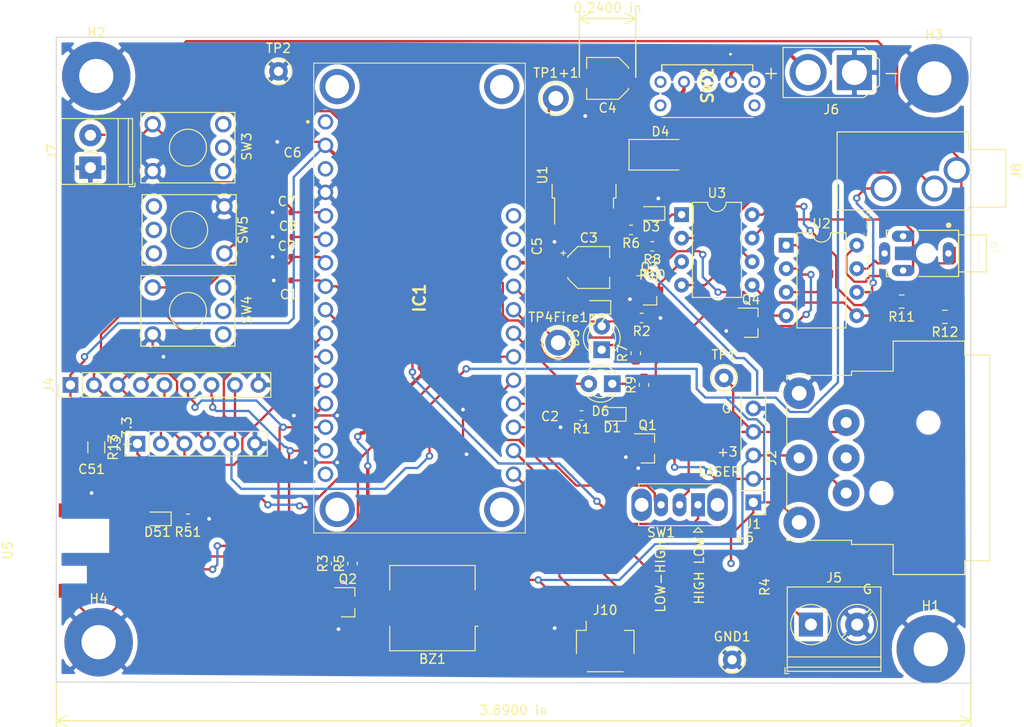
<source format=kicad_pcb>
(kicad_pcb (version 20171130) (host pcbnew "(5.1.4)-1")
  (layers (0 F.Cu signal) (31 B.Cu signal hide) (34 B.Paste user) (35 F.Paste user) (36 B.SilkS user) (37 F.SilkS user) (38 B.Mask user) (39 F.Mask user) (44 Edge.Cuts user))
  (net 0 "")
  (net 1 "Net-(BZ1-Pad2)")
  (net 2 +3V3)
  (net 3 GND)
  (net 4 +5V)
  (net 5 AuxIn)
  (net 6 SensorIn)
  (net 7 "Net-(D1-Pad2)")
  (net 8 "Net-(D1-Pad1)")
  (net 9 Shutter)
  (net 10 "Net-(D2-Pad1)")
  (net 11 ArmIn)
  (net 12 Poll)
  (net 13 SDA_qwiic)
  (net 14 SCL_qwiic)
  (net 15 ArmInd)
  (net 16 AuxOut)
  (net 17 Buzzer)
  (net 18 Laser)
  (net 19 +7.5V)
  (net 20 "Net-(Q3-Pad1)")
  (net 21 "Net-(D5-Pad1)")
  (net 22 "Net-(C4-Pad1)")
  (net 23 PbTrigIn)
  (net 24 /Sheet621ECC97/13)
  (net 25 Focus)
  (net 26 /Sheet621ECC97/~RST)
  (net 27 /Sheet621ECC97/AREF)
  (net 28 /Sheet621ECC97/FREE)
  (net 29 /Sheet621ECC97/EN)
  (net 30 /Sheet621ECC97/VBAT)
  (net 31 "Net-(J1-Pad4)")
  (net 32 "Net-(J9-PadR)")
  (net 33 "Net-(J9-PadT)")
  (net 34 "Net-(J9-PadS)")
  (net 35 "Net-(Q2-Pad1)")
  (net 36 "Net-(Q3-Pad3)")
  (net 37 "Net-(Q4-Pad1)")
  (net 38 "Net-(SW2-Pad2)")
  (net 39 "Net-(SW2-PadMH1)")
  (net 40 "Net-(SW2-PadMH2)")
  (net 41 "Net-(SW2-PadMH3)")
  (net 42 "Net-(SW2-PadMH4)")
  (net 43 "Net-(U2-Pad1)")
  (net 44 "Net-(U3-Pad2)")
  (net 45 /Sheet621ECC97/A4)
  (net 46 /Sheet621ECC97/SCK)
  (net 47 /Sheet621ECC97/MOSI)
  (net 48 /Sheet621ECC97/MISO)
  (net 49 "Net-(D3-Pad2)")
  (net 50 "Net-(D4-Pad2)")
  (net 51 "Net-(D6-Pad1)")
  (net 52 LED_TXRX)
  (net 53 "Net-(D51-Pad1)")
  (net 54 BLE_reset)
  (net 55 UART1_TX)
  (net 56 UART1_RX)
  (net 57 "Net-(J5-Pad1)")
  (net 58 "Net-(J8-PadR)")
  (net 59 "Net-(J8-PadT)")
  (net 60 "Net-(J8-PadS)")
  (net 61 "Net-(Q4-Pad3)")
  (net 62 "Net-(R8-Pad1)")
  (net 63 "Net-(R10-Pad1)")
  (net 64 "Net-(R11-Pad2)")
  (net 65 "Net-(R12-Pad2)")
  (net 66 "Net-(U5-Pad16)")
  (net 67 "Net-(U5-Pad15)")
  (net 68 "Net-(U5-Pad12)")
  (net 69 "Net-(U5-Pad1)")
  (net 70 "Net-(U5-Pad3)")
  (net 71 "Net-(U5-Pad4)")
  (net 72 "Net-(U5-Pad5)")
  (net 73 "Net-(U5-Pad9)")
  (net 74 "Net-(U5-Pad6)")
  (net 75 "Net-(C51-Pad1)")
  (module Resistor_SMD:R_0805_2012Metric_Pad1.15x1.40mm_HandSolder (layer F.Cu) (at 233.426 -45.974 180)
    (fp_text reference R12 (at 0 -1.65) (layer F.SilkS))
    (fp_text value 0)
    (pad 2 smd roundrect (at 1.025 0 180) (size 1.15 1.4) (layers F.Cu F.Paste F.Mask) (roundrect_rratio 0.217391) (net 65 "Net-(R12-Pad2)"))
    (pad 1 smd roundrect (at -1.025 0 180) (size 1.15 1.4) (layers F.Cu F.Paste F.Mask) (roundrect_rratio 0.217391) (net 60 "Net-(J8-PadS)"))
  )
  (module Resistor_SMD:R_0805_2012Metric_Pad1.15x1.40mm_HandSolder (layer F.Cu) (at 228.7525 -47.625 180)
    (fp_text reference R11 (at 0 -1.65) (layer F.SilkS))
    (fp_text value 0)
    (pad 2 smd roundrect (at 1.025 0 180) (size 1.15 1.4) (layers F.Cu F.Paste F.Mask) (roundrect_rratio 0.217391) (net 64 "Net-(R11-Pad2)"))
    (pad 1 smd roundrect (at -1.025 0 180) (size 1.15 1.4) (layers F.Cu F.Paste F.Mask) (roundrect_rratio 0.217391) (net 34 "Net-(J9-PadS)"))
  )
  (module Connector_JST:JST_SH_SM04B-SRSS-TB_1x04-1MP_P1.00mm_Horizontal (layer F.Cu) (at 196.723 -10.287)
    (fp_text reference J10 (at 0 -3.98) (layer F.SilkS))
    (fp_text value qwiic)
    (pad MP smd roundrect (at 2.8 1.875) (size 1.2 1.8) (layers F.Cu F.Paste F.Mask) (roundrect_rratio 0.208333))
    (pad MP smd roundrect (at -2.8 1.875) (size 1.2 1.8) (layers F.Cu F.Paste F.Mask) (roundrect_rratio 0.208333))
    (pad 4 smd roundrect (at 1.5 -2) (size 0.6 1.55) (layers F.Cu F.Paste F.Mask) (net 14 SCL_qwiic))
    (pad 3 smd roundrect (at 0.5 -2) (size 0.6 1.55) (layers F.Cu F.Paste F.Mask) (net 13 SDA_qwiic))
    (pad 2 smd roundrect (at -0.5 -2) (size 0.6 1.55) (layers F.Cu F.Paste F.Mask) (net 2 +3V3))
    (pad 1 smd roundrect (at -1.5 -2) (size 0.6 1.55) (layers F.Cu F.Paste F.Mask) (net 3 GND))
  )
  (module TerminalBlock_Phoenix:TerminalBlock_Phoenix_PT-1,5-2-3.5-H_1x02_P3.50mm_Horizontal (layer F.Cu) (at 141.097 -62.103 90)
    (fp_text reference J7 (at 1.75 -4.16 90) (layer F.SilkS))
    (fp_text value "Trig in")
    (pad 2 thru_hole circle (at 3.5 0 90) (size 2.4 2.4) (drill 1.2) (layers *.Cu *.Mask) (net 23 PbTrigIn))
    (pad 1 thru_hole rect (at 0 0 90) (size 2.4 2.4) (drill 1.2) (layers *.Cu *.Mask) (net 3 GND))
  )
  (module TerminalBlock_Phoenix:TerminalBlock_Phoenix_PT-1,5-2-5.0-H_1x02_P5.00mm_Horizontal (layer F.Cu) (at 218.948 -12.7)
    (fp_text reference J5 (at 2.5 -5.06) (layer F.SilkS))
    (fp_text value "Aux out")
    (pad 2 thru_hole circle (at 5 0) (size 2.6 2.6) (drill 1.3) (layers *.Cu *.Mask) (net 3 GND))
    (pad 1 thru_hole rect (at 0 0) (size 2.6 2.6) (drill 1.3) (layers *.Cu *.Mask) (net 57 "Net-(J5-Pad1)"))
  )
  (module Connector_PinHeader_2.54mm:PinHeader_1x09_P2.54mm_Vertical (layer F.Cu) (at 138.938 -38.608 90)
    (fp_text reference J4 (at 0 -2.33 90) (layer F.SilkS))
    (fp_text value " ")
    (pad 9 thru_hole oval (at 0 20.32 90) (size 1.7 1.7) (drill 1) (layers *.Cu *.Mask) (net 3 GND))
    (pad 8 thru_hole oval (at 0 17.78 90) (size 1.7 1.7) (drill 1) (layers *.Cu *.Mask) (net 4 +5V))
    (pad 7 thru_hole oval (at 0 15.24 90) (size 1.7 1.7) (drill 1) (layers *.Cu *.Mask) (net 56 UART1_RX))
    (pad 6 thru_hole oval (at 0 12.7 90) (size 1.7 1.7) (drill 1) (layers *.Cu *.Mask) (net 55 UART1_TX))
    (pad 5 thru_hole oval (at 0 10.16 90) (size 1.7 1.7) (drill 1) (layers *.Cu *.Mask) (net 48 /Sheet621ECC97/MISO))
    (pad 4 thru_hole oval (at 0 7.62 90) (size 1.7 1.7) (drill 1) (layers *.Cu *.Mask) (net 47 /Sheet621ECC97/MOSI))
    (pad 3 thru_hole oval (at 0 5.08 90) (size 1.7 1.7) (drill 1) (layers *.Cu *.Mask) (net 46 /Sheet621ECC97/SCK))
    (pad 2 thru_hole oval (at 0 2.54 90) (size 1.7 1.7) (drill 1) (layers *.Cu *.Mask) (net 54 BLE_reset))
    (pad 1 thru_hole rect (at 0 0 90) (size 1.7 1.7) (drill 1) (layers *.Cu *.Mask) (net 2 +3V3))
  )
  (module Connector_PinHeader_2.54mm:PinHeader_1x06_P2.54mm_Vertical (layer F.Cu) (at 146.177 -32.258 90)
    (fp_text reference J3 (at 0 -2.33 90) (layer F.SilkS))
    (fp_text value " ")
    (pad 6 thru_hole oval (at 0 12.7 90) (size 1.7 1.7) (drill 1) (layers *.Cu *.Mask) (net 3 GND))
    (pad 5 thru_hole oval (at 0 10.16 90) (size 1.7 1.7) (drill 1) (layers *.Cu *.Mask) (net 4 +5V))
    (pad 4 thru_hole oval (at 0 7.62 90) (size 1.7 1.7) (drill 1) (layers *.Cu *.Mask) (net 47 /Sheet621ECC97/MOSI))
    (pad 3 thru_hole oval (at 0 5.08 90) (size 1.7 1.7) (drill 1) (layers *.Cu *.Mask) (net 48 /Sheet621ECC97/MISO))
    (pad 2 thru_hole oval (at 0 2.54 90) (size 1.7 1.7) (drill 1) (layers *.Cu *.Mask) (net 46 /Sheet621ECC97/SCK))
    (pad 1 thru_hole rect (at 0 0 90) (size 1.7 1.7) (drill 1) (layers *.Cu *.Mask) (net 45 /Sheet621ECC97/A4))
  )
  (module SamacSys_Parts:3178 (layer F.Cu) (at 166.497 -67.056 270)
    (fp_text reference IC1 (at 19.05 -10.16 90) (layer F.SilkS) (effects (font (size 1.27 1.27) (thickness 0.254))))
    (fp_text value 3178 hide)
    (pad MH4 thru_hole circle (at 41.91 -19.05 270) (size 3.81 3.81) (drill 2.54) (layers *.Cu *.Mask))
    (pad MH3 thru_hole circle (at 41.91 -1.27 270) (size 3.81 3.81) (drill 2.54) (layers *.Cu *.Mask))
    (pad MH2 thru_hole circle (at -3.81 -19.05 270) (size 3.81 3.81) (drill 2.54) (layers *.Cu *.Mask))
    (pad MH1 thru_hole circle (at -3.81 -1.27 270) (size 3.81 3.81) (drill 2.54) (layers *.Cu *.Mask))
    (pad 28 thru_hole circle (at 0 0 270) (size 1.665 1.665) (drill 1.11) (layers *.Cu *.Mask) (net 26 /Sheet621ECC97/~RST))
    (pad 27 thru_hole circle (at 2.54 0 270) (size 1.665 1.665) (drill 1.11) (layers *.Cu *.Mask) (net 2 +3V3))
    (pad 26 thru_hole circle (at 5.08 0 270) (size 1.665 1.665) (drill 1.11) (layers *.Cu *.Mask) (net 27 /Sheet621ECC97/AREF))
    (pad 25 thru_hole circle (at 7.62 0 270) (size 1.665 1.665) (drill 1.11) (layers *.Cu *.Mask) (net 3 GND))
    (pad 24 thru_hole circle (at 10.16 0 270) (size 1.665 1.665) (drill 1.11) (layers *.Cu *.Mask) (net 23 PbTrigIn))
    (pad 23 thru_hole circle (at 12.7 0 270) (size 1.665 1.665) (drill 1.11) (layers *.Cu *.Mask) (net 11 ArmIn))
    (pad 22 thru_hole circle (at 15.24 0 270) (size 1.665 1.665) (drill 1.11) (layers *.Cu *.Mask) (net 12 Poll))
    (pad 21 thru_hole circle (at 17.78 0 270) (size 1.665 1.665) (drill 1.11) (layers *.Cu *.Mask) (net 5 AuxIn))
    (pad 20 thru_hole circle (at 20.32 0 270) (size 1.665 1.665) (drill 1.11) (layers *.Cu *.Mask) (net 45 /Sheet621ECC97/A4))
    (pad 19 thru_hole circle (at 22.86 0 270) (size 1.665 1.665) (drill 1.11) (layers *.Cu *.Mask) (net 54 BLE_reset))
    (pad 18 thru_hole circle (at 25.4 0 270) (size 1.665 1.665) (drill 1.11) (layers *.Cu *.Mask) (net 46 /Sheet621ECC97/SCK))
    (pad 17 thru_hole circle (at 27.94 0 270) (size 1.665 1.665) (drill 1.11) (layers *.Cu *.Mask) (net 47 /Sheet621ECC97/MOSI))
    (pad 16 thru_hole circle (at 30.48 0 270) (size 1.665 1.665) (drill 1.11) (layers *.Cu *.Mask) (net 48 /Sheet621ECC97/MISO))
    (pad 15 thru_hole circle (at 33.02 0 270) (size 1.665 1.665) (drill 1.11) (layers *.Cu *.Mask) (net 55 UART1_TX))
    (pad 14 thru_hole circle (at 35.56 0 270) (size 1.665 1.665) (drill 1.11) (layers *.Cu *.Mask) (net 56 UART1_RX))
    (pad 13 thru_hole circle (at 38.1 0 270) (size 1.665 1.665) (drill 1.11) (layers *.Cu *.Mask) (net 28 /Sheet621ECC97/FREE))
    (pad 12 thru_hole circle (at 38.1 -20.32 270) (size 1.665 1.665) (drill 1.11) (layers *.Cu *.Mask) (net 13 SDA_qwiic))
    (pad 11 thru_hole circle (at 35.56 -20.32 270) (size 1.665 1.665) (drill 1.11) (layers *.Cu *.Mask) (net 14 SCL_qwiic))
    (pad 10 thru_hole circle (at 33.02 -20.32 270) (size 1.665 1.665) (drill 1.11) (layers *.Cu *.Mask) (net 6 SensorIn))
    (pad 9 thru_hole circle (at 30.48 -20.32 270) (size 1.665 1.665) (drill 1.11) (layers *.Cu *.Mask) (net 15 ArmInd))
    (pad 8 thru_hole circle (at 27.94 -20.32 270) (size 1.665 1.665) (drill 1.11) (layers *.Cu *.Mask) (net 16 AuxOut))
    (pad 7 thru_hole circle (at 25.4 -20.32 270) (size 1.665 1.665) (drill 1.11) (layers *.Cu *.Mask) (net 17 Buzzer))
    (pad 6 thru_hole circle (at 22.86 -20.32 270) (size 1.665 1.665) (drill 1.11) (layers *.Cu *.Mask) (net 25 Focus))
    (pad 5 thru_hole circle (at 20.32 -20.32 270) (size 1.665 1.665) (drill 1.11) (layers *.Cu *.Mask) (net 9 Shutter))
    (pad 4 thru_hole circle (at 17.78 -20.32 270) (size 1.665 1.665) (drill 1.11) (layers *.Cu *.Mask) (net 24 /Sheet621ECC97/13))
    (pad 3 thru_hole circle (at 15.24 -20.32 270) (size 1.665 1.665) (drill 1.11) (layers *.Cu *.Mask) (net 4 +5V))
    (pad 2 thru_hole circle (at 12.7 -20.32 270) (size 1.665 1.665) (drill 1.11) (layers *.Cu *.Mask) (net 29 /Sheet621ECC97/EN))
    (pad 1 thru_hole circle (at 10.16 -20.32 270) (size 1.665 1.665) (drill 1.11) (layers *.Cu *.Mask) (net 30 /Sheet621ECC97/VBAT))
  )
  (module Resistor_SMD:R_1206_3216Metric_Pad1.42x1.75mm_HandSolder (layer F.Cu) (at 141.732 -31.877 270)
    (fp_text reference R13 (at 0 -1.82 90) (layer F.SilkS))
    (fp_text value 0)
    (pad 2 smd roundrect (at 1.4875 0 270) (size 1.425 1.75) (layers F.Cu F.Paste F.Mask) (roundrect_rratio 0.175439) (net 75 "Net-(C51-Pad1)"))
    (pad 1 smd roundrect (at -1.4875 0 270) (size 1.425 1.75) (layers F.Cu F.Paste F.Mask) (roundrect_rratio 0.175439) (net 2 +3V3))
  )
  (module Capacitor_SMD:C_0402_1005Metric (layer F.Cu) (at 141.224 -28.321)
    (fp_text reference C51 (at 0 -1.17) (layer F.SilkS))
    (fp_text value 100n)
    (pad 2 smd roundrect (at 0.485 0) (size 0.59 0.64) (layers F.Cu F.Paste F.Mask) (net 3 GND))
    (pad 1 smd roundrect (at -0.485 0) (size 0.59 0.64) (layers F.Cu F.Paste F.Mask) (net 75 "Net-(C51-Pad1)"))
  )
  (module RF_Module:Microchip_RN4871 (layer F.Cu) (at 141.478 -20.701 90)
    (fp_text reference U5 (at 0 -9.3 90) (layer F.SilkS))
    (fp_text value RN4871)
    (pad 16 smd rect (at 4.35 -3.45 180) (size 0.7 1.5) (layers F.Cu F.Paste F.Mask) (net 66 "Net-(U5-Pad16)"))
    (pad 15 smd rect (at 4.35 -2.3 180) (size 0.7 1.5) (layers F.Cu F.Paste F.Mask) (net 67 "Net-(U5-Pad15)"))
    (pad 14 smd rect (at 4.35 -1.05 180) (size 0.7 1.5) (layers F.Cu F.Paste F.Mask) (net 75 "Net-(C51-Pad1)"))
    (pad 13 smd rect (at 4.35 0.15 180) (size 0.7 1.5) (layers F.Cu F.Paste F.Mask) (net 3 GND))
    (pad 12 smd rect (at 4.35 1.35 180) (size 0.7 1.5) (layers F.Cu F.Paste F.Mask) (net 68 "Net-(U5-Pad12)"))
    (pad 1 smd rect (at -4.35 -3.45 180) (size 0.7 1.5) (layers F.Cu F.Paste F.Mask) (net 69 "Net-(U5-Pad1)"))
    (pad 2 smd rect (at -4.35 -2.25 180) (size 0.7 1.5) (layers F.Cu F.Paste F.Mask) (net 3 GND))
    (pad 3 smd rect (at -4.35 -1.05 180) (size 0.7 1.5) (layers F.Cu F.Paste F.Mask) (net 70 "Net-(U5-Pad3)"))
    (pad 4 smd rect (at -4.35 0.15 180) (size 0.7 1.5) (layers F.Cu F.Paste F.Mask) (net 71 "Net-(U5-Pad4)"))
    (pad 5 smd rect (at -4.35 1.35 180) (size 0.7 1.5) (layers F.Cu F.Paste F.Mask) (net 72 "Net-(U5-Pad5)"))
    (pad 11 smd rect (at 3 3.05 90) (size 0.7 1.5) (layers F.Cu F.Paste F.Mask) (net 52 LED_TXRX))
    (pad 10 smd rect (at 1.8 3.05 90) (size 0.7 1.5) (layers F.Cu F.Paste F.Mask) (net 54 BLE_reset))
    (pad 9 smd rect (at 0.6 3.05 90) (size 0.7 1.5) (layers F.Cu F.Paste F.Mask) (net 73 "Net-(U5-Pad9)"))
    (pad 8 smd rect (at -0.6 3.05 90) (size 0.7 1.5) (layers F.Cu F.Paste F.Mask) (net 56 UART1_RX))
    (pad 7 smd rect (at -1.8 3.05 90) (size 0.7 1.5) (layers F.Cu F.Paste F.Mask) (net 55 UART1_TX))
    (pad 6 smd rect (at -3 3.05 90) (size 0.7 1.5) (layers F.Cu F.Paste F.Mask) (net 74 "Net-(U5-Pad6)"))
  )
  (module Resistor_SMD:R_0603_1608Metric (layer F.Cu) (at 151.638 -24.13 180)
    (fp_text reference R51 (at 0 -1.43) (layer F.SilkS))
    (fp_text value 1k5)
    (pad 2 smd roundrect (at 0.7875 0 180) (size 0.875 0.95) (layers F.Cu F.Paste F.Mask) (net 53 "Net-(D51-Pad1)"))
    (pad 1 smd roundrect (at -0.7875 0 180) (size 0.875 0.95) (layers F.Cu F.Paste F.Mask) (net 3 GND))
  )
  (module LED_SMD:LED_0603_1608Metric (layer F.Cu) (at 148.336 -24.13 180)
    (fp_text reference D51 (at 0 -1.43) (layer F.SilkS))
    (fp_text value BLUE)
    (pad 2 smd roundrect (at 0.7875 0 180) (size 0.875 0.95) (layers F.Cu F.Paste F.Mask) (net 52 LED_TXRX))
    (pad 1 smd roundrect (at -0.7875 0 180) (size 0.875 0.95) (layers F.Cu F.Paste F.Mask) (net 53 "Net-(D51-Pad1)"))
  )
  (module Buzzer_Beeper:Buzzer_Murata_PKMCS0909E4000-R1 (layer F.Cu) (at 178.054 -14.478 180)
    (fp_text reference BZ1 (at 0 -5.5) (layer F.SilkS))
    (fp_text value Buzzer)
    (pad 2 smd rect (at 4.35 0 180) (size 1.3 3.4) (layers F.Cu F.Paste F.Mask) (net 1 "Net-(BZ1-Pad2)"))
    (pad 1 smd rect (at -4.35 0 180) (size 1.3 3.4) (layers F.Cu F.Paste F.Mask) (net 2 +3V3))
  )
  (module Resistor_SMD:R_0603_1608Metric (layer F.Cu) (at 167.64 -19.304 90)
    (fp_text reference R3 (at 0 -1.43 90) (layer F.SilkS))
    (fp_text value 1K)
    (pad 2 smd roundrect (at 0.7875 0 90) (size 0.875 0.95) (layers F.Cu F.Paste F.Mask) (net 17 Buzzer))
    (pad 1 smd roundrect (at -0.7875 0 90) (size 0.875 0.95) (layers F.Cu F.Paste F.Mask) (net 35 "Net-(Q2-Pad1)"))
  )
  (module Capacitor_SMD:CP_Elec_4x5.4 (layer F.Cu) (at 194.945 -51.308)
    (fp_text reference C3 (at 0 -3.2) (layer F.SilkS))
    (fp_text value 1uf)
    (pad 2 smd roundrect (at 1.8 0) (size 2.6 1.6) (layers F.Cu F.Paste F.Mask) (roundrect_rratio 0.15625) (net 3 GND))
    (pad 1 smd roundrect (at -1.8 0) (size 2.6 1.6) (layers F.Cu F.Paste F.Mask) (roundrect_rratio 0.15625) (net 4 +5V))
  )
  (module Capacitor_SMD:C_Elec_4x5.4 (layer F.Cu) (at 196.977 -71.755 180)
    (fp_text reference C4 (at 0 -3.2) (layer F.SilkS))
    (fp_text value 25uf)
    (pad 2 smd roundrect (at 1.675 0 180) (size 2.65 1.6) (layers F.Cu F.Paste F.Mask) (roundrect_rratio 0.15625) (net 3 GND))
    (pad 1 smd roundrect (at -1.675 0 180) (size 2.65 1.6) (layers F.Cu F.Paste F.Mask) (roundrect_rratio 0.15625) (net 22 "Net-(C4-Pad1)"))
  )
  (module Diode_SMD:D_SMA (layer F.Cu) (at 202.692 -63.5)
    (fp_text reference D4 (at 0 -2.5) (layer F.SilkS))
    (fp_text value B330A-13-F)
    (pad 2 smd rect (at 2 0) (size 2.5 1.8) (layers F.Cu F.Paste F.Mask) (net 50 "Net-(D4-Pad2)"))
    (pad 1 smd rect (at -2 0) (size 2.5 1.8) (layers F.Cu F.Paste F.Mask) (net 22 "Net-(C4-Pad1)"))
  )
  (module CameraTriggerPCB:CUI_SJ1-2503A (layer F.Cu) (at 233.807 -52.832 270)
    (fp_text reference J9 (at -0.57271 -5.06198 90) (layer F.SilkS) (effects (font (size 0.80126 0.80126) (thickness 0.05))))
    (fp_text value "Camera 2.5mm" (at -0.013015 8.68797 90) (layer F.SilkS) (effects (font (size 0.800307 0.800307) (thickness 0.05))))
    (fp_line (start -1.5 5.65) (end -2.2 5.65) (layer Edge.Cuts) (width 0.001))
    (fp_line (start -1.5 4.15) (end -1.5 5.65) (layer Edge.Cuts) (width 0.001))
    (fp_line (start -2.2 4.15) (end -1.5 4.15) (layer Edge.Cuts) (width 0.001))
    (fp_line (start -2.2 5.65) (end -2.2 4.15) (layer Edge.Cuts) (width 0.001))
    (fp_line (start 2.2 5.65) (end 1.5 5.65) (layer Edge.Cuts) (width 0.001))
    (fp_line (start 2.2 4.15) (end 2.2 5.65) (layer Edge.Cuts) (width 0.001))
    (fp_line (start 1.5 4.15) (end 2.2 4.15) (layer Edge.Cuts) (width 0.001))
    (fp_line (start 1.5 5.65) (end 1.5 4.15) (layer Edge.Cuts) (width 0.001))
    (fp_line (start -0.75 7.25) (end -0.75 6.55) (layer Edge.Cuts) (width 0.001))
    (fp_line (start 0.75 7.25) (end -0.75 7.25) (layer Edge.Cuts) (width 0.001))
    (fp_line (start 0.75 6.55) (end 0.75 7.25) (layer Edge.Cuts) (width 0.001))
    (fp_line (start -0.75 6.55) (end 0.75 6.55) (layer Edge.Cuts) (width 0.001))
    (fp_line (start -0.75 0.35) (end -0.75 -0.35) (layer Edge.Cuts) (width 0.001))
    (fp_line (start 0.75 0.35) (end -0.75 0.35) (layer Edge.Cuts) (width 0.001))
    (fp_line (start 0.75 -0.35) (end 0.75 0.35) (layer Edge.Cuts) (width 0.001))
    (fp_line (start -0.75 -0.35) (end 0.75 -0.35) (layer Edge.Cuts) (width 0.001))
    (pad R thru_hole oval (at 0 6.9 90) (size 2.416 1.208) (drill 0.7) (layers *.Cu *.Mask) (net 32 "Net-(J9-PadR)"))
    (pad T thru_hole oval (at 1.85 4.9) (size 2.416 1.208) (drill 0.7) (layers *.Cu *.Mask) (net 33 "Net-(J9-PadT)"))
    (pad T thru_hole oval (at -1.85 4.9) (size 2.416 1.208) (drill 0.7) (layers *.Cu *.Mask) (net 33 "Net-(J9-PadT)"))
    (pad S thru_hole oval (at 0 0 270) (size 2.416 1.208) (drill 0.7) (layers *.Cu *.Mask) (net 34 "Net-(J9-PadS)"))
    (pad Hole np_thru_hole circle (at 0 2.4 270) (size 1.2 1.2) (drill 1.2) (layers *.Cu *.Mask F.SilkS))
  )
  (module Button_Switch_THT:SW_Slide_1P2T_CK_OS102011MS2Q (layer F.Cu) (at 206.756 -25.654 180)
    (fp_text reference SW1 (at 3.99 -2.99) (layer F.SilkS))
    (fp_text value " ")
    (pad "" thru_hole oval (at 6.1 0 180) (size 2.2 3.5) (drill 1.5) (layers *.Cu *.Mask))
    (pad "" thru_hole oval (at -2.1 0 180) (size 2.2 3.5) (drill 1.5) (layers *.Cu *.Mask))
    (pad 3 thru_hole oval (at 4 0 180) (size 1.5 2.5) (drill 0.8) (layers *.Cu *.Mask) (net 6 SensorIn))
    (pad 2 thru_hole oval (at 2 0 180) (size 1.5 2.5) (drill 0.8) (layers *.Cu *.Mask) (net 31 "Net-(J1-Pad4)"))
    (pad 1 thru_hole rect (at 0 0 180) (size 1.5 2.5) (drill 0.8) (layers *.Cu *.Mask) (net 5 AuxIn))
  )
  (module Package_DIP:DIP-8_W7.62mm (layer F.Cu) (at 204.978 -57.023)
    (fp_text reference U3 (at 3.81 -2.33) (layer F.SilkS))
    (fp_text value ILD74)
    (pad 8 thru_hole oval (at 7.62 0) (size 1.6 1.6) (drill 0.8) (layers *.Cu *.Mask) (net 64 "Net-(R11-Pad2)"))
    (pad 4 thru_hole oval (at 0 7.62) (size 1.6 1.6) (drill 0.8) (layers *.Cu *.Mask) (net 44 "Net-(U3-Pad2)"))
    (pad 7 thru_hole oval (at 7.62 2.54) (size 1.6 1.6) (drill 0.8) (layers *.Cu *.Mask) (net 33 "Net-(J9-PadT)"))
    (pad 3 thru_hole oval (at 0 5.08) (size 1.6 1.6) (drill 0.8) (layers *.Cu *.Mask) (net 36 "Net-(Q3-Pad3)"))
    (pad 6 thru_hole oval (at 7.62 5.08) (size 1.6 1.6) (drill 0.8) (layers *.Cu *.Mask) (net 59 "Net-(J8-PadT)"))
    (pad 2 thru_hole oval (at 0 2.54) (size 1.6 1.6) (drill 0.8) (layers *.Cu *.Mask) (net 44 "Net-(U3-Pad2)"))
    (pad 5 thru_hole oval (at 7.62 7.62) (size 1.6 1.6) (drill 0.8) (layers *.Cu *.Mask) (net 65 "Net-(R12-Pad2)"))
    (pad 1 thru_hole rect (at 0 0) (size 1.6 1.6) (drill 0.8) (layers *.Cu *.Mask) (net 62 "Net-(R8-Pad1)"))
  )
  (module Package_DIP:DIP-8_W7.62mm (layer F.Cu) (at 216.281 -53.721)
    (fp_text reference U2 (at 3.81 -2.33) (layer F.SilkS))
    (fp_text value ILD74)
    (pad 8 thru_hole oval (at 7.62 0) (size 1.6 1.6) (drill 0.8) (layers *.Cu *.Mask) (net 34 "Net-(J9-PadS)"))
    (pad 4 thru_hole oval (at 0 7.62) (size 1.6 1.6) (drill 0.8) (layers *.Cu *.Mask) (net 63 "Net-(R10-Pad1)"))
    (pad 7 thru_hole oval (at 7.62 2.54) (size 1.6 1.6) (drill 0.8) (layers *.Cu *.Mask) (net 32 "Net-(J9-PadR)"))
    (pad 3 thru_hole oval (at 0 5.08) (size 1.6 1.6) (drill 0.8) (layers *.Cu *.Mask) (net 43 "Net-(U2-Pad1)"))
    (pad 6 thru_hole oval (at 7.62 5.08) (size 1.6 1.6) (drill 0.8) (layers *.Cu *.Mask) (net 58 "Net-(J8-PadR)"))
    (pad 2 thru_hole oval (at 0 2.54) (size 1.6 1.6) (drill 0.8) (layers *.Cu *.Mask) (net 61 "Net-(Q4-Pad3)"))
    (pad 5 thru_hole oval (at 7.62 7.62) (size 1.6 1.6) (drill 0.8) (layers *.Cu *.Mask) (net 65 "Net-(R12-Pad2)"))
    (pad 1 thru_hole rect (at 0 0) (size 1.6 1.6) (drill 0.8) (layers *.Cu *.Mask) (net 43 "Net-(U2-Pad1)"))
  )
  (module Package_TO_SOT_SMD:TO-252-2 (layer F.Cu) (at 194.436 -61.297 90)
    (fp_text reference U1 (at 0 -4.5 90) (layer F.SilkS))
    (fp_text value LM7805_TO220)
    (pad 2 smd rect (at 2.1 0 90) (size 6.4 5.8) (layers F.Cu F.Mask) (net 3 GND))
    (pad 3 smd rect (at -4.2 2.28 90) (size 2.2 1.2) (layers F.Cu F.Paste F.Mask) (net 4 +5V))
    (pad 1 smd rect (at -4.2 -2.28 90) (size 2.2 1.2) (layers F.Cu F.Paste F.Mask) (net 22 "Net-(C4-Pad1)"))
  )
  (module TestPoint:TestPoint_Keystone_5010-5014_Multipurpose (layer F.Cu) (at 191.643 -43.18)
    (fp_text reference TP4Fire1 (at 0 -2.75) (layer F.SilkS))
    (fp_text value Fire)
    (pad 1 thru_hole circle (at 0 0) (size 2.8 2.8) (drill 1.6) (layers *.Cu *.Mask) (net 9 Shutter))
  )
  (module TestPoint:TestPoint_Keystone_5010-5014_Multipurpose (layer F.Cu) (at 191.389 -69.596)
    (fp_text reference TP1+1 (at 0 -2.75) (layer F.SilkS))
    (fp_text value +5V)
    (pad 1 thru_hole circle (at 0 0) (size 2.8 2.8) (drill 1.6) (layers *.Cu *.Mask) (net 4 +5V))
  )
  (module TestPoint:TestPoint_Keystone_5000-5004_Miniature (layer F.Cu) (at 161.417 -72.517)
    (fp_text reference TP2 (at 0 -2.5) (layer F.SilkS))
    (fp_text value Gnd)
    (pad 1 thru_hole circle (at 0 0) (size 2 2) (drill 1) (layers *.Cu *.Mask) (net 3 GND))
  )
  (module TestPoint:TestPoint_Keystone_5000-5004_Miniature (layer F.Cu) (at 209.55 -39.37)
    (fp_text reference TP1 (at 0 -2.5) (layer F.SilkS))
    (fp_text value Sensor)
    (pad 1 thru_hole circle (at 0 0) (size 2 2) (drill 1) (layers *.Cu *.Mask) (net 31 "Net-(J1-Pad4)"))
  )
  (module Button_Switch_THT:KSA_Tactile_SPST (layer F.Cu) (at 147.828 -61.722 90)
    (fp_text reference SW3 (at 2.667 10.16 90) (layer F.SilkS))
    (fp_text value SW_trig)
    (pad 5 thru_hole circle (at 0 7.62 90) (size 1.778 1.778) (drill 1.143) (layers *.Cu *.Mask))
    (pad 4 thru_hole circle (at 2.54 7.62 90) (size 1.778 1.778) (drill 1.143) (layers *.Cu *.Mask))
    (pad 3 thru_hole circle (at 5.08 7.62 90) (size 1.778 1.778) (drill 1.143) (layers *.Cu *.Mask))
    (pad 2 thru_hole circle (at 5.08 0 90) (size 1.778 1.778) (drill 1.143) (layers *.Cu *.Mask) (net 23 PbTrigIn))
    (pad 1 thru_hole circle (at 0 0 90) (size 1.778 1.778) (drill 1.143) (layers *.Cu *.Mask) (net 3 GND))
  )
  (module Button_Switch_THT:KSA_Tactile_SPST (layer F.Cu) (at 155.575 -57.912 270)
    (fp_text reference SW5 (at 2.54 -2 90) (layer F.SilkS))
    (fp_text value SW_Arm)
    (pad 5 thru_hole circle (at 0 7.62 270) (size 1.778 1.778) (drill 1.143) (layers *.Cu *.Mask))
    (pad 4 thru_hole circle (at 2.54 7.62 270) (size 1.778 1.778) (drill 1.143) (layers *.Cu *.Mask))
    (pad 3 thru_hole circle (at 5.08 7.62 270) (size 1.778 1.778) (drill 1.143) (layers *.Cu *.Mask))
    (pad 2 thru_hole circle (at 5.08 0 270) (size 1.778 1.778) (drill 1.143) (layers *.Cu *.Mask) (net 11 ArmIn))
    (pad 1 thru_hole circle (at 0 0 270) (size 1.778 1.778) (drill 1.143) (layers *.Cu *.Mask) (net 3 GND))
  )
  (module Button_Switch_THT:KSA_Tactile_SPST (layer F.Cu) (at 147.828 -44.069 90)
    (fp_text reference SW4 (at 2.667 10.16 90) (layer F.SilkS))
    (fp_text value SW_Poll)
    (pad 5 thru_hole circle (at 0 7.62 90) (size 1.778 1.778) (drill 1.143) (layers *.Cu *.Mask))
    (pad 4 thru_hole circle (at 2.54 7.62 90) (size 1.778 1.778) (drill 1.143) (layers *.Cu *.Mask))
    (pad 3 thru_hole circle (at 5.08 7.62 90) (size 1.778 1.778) (drill 1.143) (layers *.Cu *.Mask))
    (pad 2 thru_hole circle (at 5.08 0 90) (size 1.778 1.778) (drill 1.143) (layers *.Cu *.Mask) (net 12 Poll))
    (pad 1 thru_hole circle (at 0 0 90) (size 1.778 1.778) (drill 1.143) (layers *.Cu *.Mask) (net 3 GND))
  )
  (module CameraTriggerPCB:AS11CB (layer F.Cu) (at 210.312 -71.374 270)
    (fp_text reference SW2 (at 0.4 2.54 90) (layer F.SilkS) (effects (font (size 1.27 1.27) (thickness 0.254))))
    (fp_text value AS11CB hide)
    (pad 1 thru_hole circle (at 0 0 270) (size 1.3 1.3) (drill 0.8) (layers *.Cu *.Mask) (net 19 +7.5V))
    (pad 2 thru_hole circle (at 0 2.54 270) (size 1.3 1.3) (drill 0.8) (layers *.Cu *.Mask) (net 38 "Net-(SW2-Pad2)"))
    (pad 3 thru_hole circle (at 0 5.08 270) (size 1.3 1.3) (drill 0.8) (layers *.Cu *.Mask) (net 50 "Net-(D4-Pad2)"))
    (pad MH1 thru_hole circle (at 0 -2.54 270) (size 1.3 1.3) (drill 0.8) (layers *.Cu *.Mask) (net 39 "Net-(SW2-PadMH1)"))
    (pad MH2 thru_hole circle (at 0 7.62 270) (size 1.3 1.3) (drill 0.8) (layers *.Cu *.Mask) (net 40 "Net-(SW2-PadMH2)"))
    (pad MH3 thru_hole circle (at 2.54 -2.54 270) (size 1.3 1.3) (drill 0.8) (layers *.Cu *.Mask) (net 41 "Net-(SW2-PadMH3)"))
    (pad MH4 thru_hole circle (at 2.54 7.62 270) (size 1.3 1.3) (drill 0.8) (layers *.Cu *.Mask) (net 42 "Net-(SW2-PadMH4)"))
  )
  (module Resistor_SMD:R_0603_1608Metric (layer F.Cu) (at 199.517 -55.372 180)
    (fp_text reference R6 (at 0 -1.43) (layer F.SilkS))
    (fp_text value 1K)
    (pad 2 smd roundrect (at 0.7875 0 180) (size 0.875 0.95) (layers F.Cu F.Paste F.Mask) (net 4 +5V))
    (pad 1 smd roundrect (at -0.7875 0 180) (size 0.875 0.95) (layers F.Cu F.Paste F.Mask) (net 49 "Net-(D3-Pad2)"))
  )
  (module Resistor_SMD:R_0603_1608Metric (layer F.Cu) (at 169.418 -19.304 90)
    (fp_text reference R5 (at 0 -1.43 90) (layer F.SilkS))
    (fp_text value 1K)
    (pad 2 smd roundrect (at 0.7875 0 90) (size 0.875 0.95) (layers F.Cu F.Paste F.Mask) (net 2 +3V3))
    (pad 1 smd roundrect (at -0.7875 0 90) (size 0.875 0.95) (layers F.Cu F.Paste F.Mask) (net 1 "Net-(BZ1-Pad2)"))
  )
  (module Resistor_SMD:R_0402_1005Metric (layer F.Cu) (at 215.138 -16.764 90)
    (fp_text reference R4 (at 0 -1.17 90) (layer F.SilkS))
    (fp_text value 5K)
    (pad 2 smd roundrect (at 0.485 0 90) (size 0.59 0.64) (layers F.Cu F.Paste F.Mask) (net 16 AuxOut))
    (pad 1 smd roundrect (at -0.485 0 90) (size 0.59 0.64) (layers F.Cu F.Paste F.Mask) (net 57 "Net-(J5-Pad1)"))
  )
  (module Resistor_SMD:R_0603_1608Metric (layer F.Cu) (at 201.803 -51.943 180)
    (fp_text reference R10 (at 0 -1.43) (layer F.SilkS))
    (fp_text value 51)
    (pad 2 smd roundrect (at 0.7875 0 180) (size 0.875 0.95) (layers F.Cu F.Paste F.Mask) (net 4 +5V))
    (pad 1 smd roundrect (at -0.7875 0 180) (size 0.875 0.95) (layers F.Cu F.Paste F.Mask) (net 63 "Net-(R10-Pad1)"))
  )
  (module Resistor_SMD:R_0603_1608Metric (layer F.Cu) (at 200.914 -38.608 90)
    (fp_text reference R9 (at 0 -1.43 90) (layer F.SilkS))
    (fp_text value 1K)
    (pad 2 smd roundrect (at 0.7875 0 90) (size 0.875 0.95) (layers F.Cu F.Paste F.Mask) (net 51 "Net-(D6-Pad1)"))
    (pad 1 smd roundrect (at -0.7875 0 90) (size 0.875 0.95) (layers F.Cu F.Paste F.Mask) (net 37 "Net-(Q4-Pad1)"))
  )
  (module Resistor_SMD:R_0603_1608Metric (layer F.Cu) (at 201.803 -53.594 180)
    (fp_text reference R8 (at 0 -1.43) (layer F.SilkS))
    (fp_text value 51)
    (pad 2 smd roundrect (at 0.7875 0 180) (size 0.875 0.95) (layers F.Cu F.Paste F.Mask) (net 4 +5V))
    (pad 1 smd roundrect (at -0.7875 0 180) (size 0.875 0.95) (layers F.Cu F.Paste F.Mask) (net 62 "Net-(R8-Pad1)"))
  )
  (module Resistor_SMD:R_0603_1608Metric (layer F.Cu) (at 200.66 -45.847 180)
    (fp_text reference R2 (at 0 -1.43) (layer F.SilkS))
    (fp_text value 1K)
    (pad 2 smd roundrect (at 0.7875 0 180) (size 0.875 0.95) (layers F.Cu F.Paste F.Mask) (net 10 "Net-(D2-Pad1)"))
    (pad 1 smd roundrect (at -0.7875 0 180) (size 0.875 0.95) (layers F.Cu F.Paste F.Mask) (net 3 GND))
  )
  (module Resistor_SMD:R_0603_1608Metric (layer F.Cu) (at 200.025 -42.037 90)
    (fp_text reference R7 (at 0 -1.43 90) (layer F.SilkS))
    (fp_text value 1K)
    (pad 2 smd roundrect (at 0.7875 0 90) (size 0.875 0.95) (layers F.Cu F.Paste F.Mask) (net 21 "Net-(D5-Pad1)"))
    (pad 1 smd roundrect (at -0.7875 0 90) (size 0.875 0.95) (layers F.Cu F.Paste F.Mask) (net 20 "Net-(Q3-Pad1)"))
  )
  (module Resistor_SMD:R_0603_1608Metric (layer F.Cu) (at 194.1575 -35.306 180)
    (fp_text reference R1 (at 0 -1.43) (layer F.SilkS))
    (fp_text value 1K)
    (pad 2 smd roundrect (at 0.7875 0 180) (size 0.875 0.95) (layers F.Cu F.Paste F.Mask) (net 15 ArmInd))
    (pad 1 smd roundrect (at -0.7875 0 180) (size 0.875 0.95) (layers F.Cu F.Paste F.Mask) (net 7 "Net-(D1-Pad2)"))
  )
  (module Package_TO_SOT_SMD:SOT-23 (layer F.Cu) (at 168.91 -15.113)
    (fp_text reference Q2 (at 0 -2.5) (layer F.SilkS))
    (fp_text value 2SC1815)
    (pad 3 smd rect (at 1 0) (size 0.9 0.8) (layers F.Cu F.Paste F.Mask) (net 1 "Net-(BZ1-Pad2)"))
    (pad 2 smd rect (at -1 0.95) (size 0.9 0.8) (layers F.Cu F.Paste F.Mask) (net 3 GND))
    (pad 1 smd rect (at -1 -0.95) (size 0.9 0.8) (layers F.Cu F.Paste F.Mask) (net 35 "Net-(Q2-Pad1)"))
  )
  (module Package_TO_SOT_SMD:SOT-23 (layer F.Cu) (at 212.471 -45.339)
    (fp_text reference Q4 (at 0 -2.5) (layer F.SilkS))
    (fp_text value MMBT3904)
    (pad 3 smd rect (at 1 0) (size 0.9 0.8) (layers F.Cu F.Paste F.Mask) (net 61 "Net-(Q4-Pad3)"))
    (pad 2 smd rect (at -1 0.95) (size 0.9 0.8) (layers F.Cu F.Paste F.Mask) (net 3 GND))
    (pad 1 smd rect (at -1 -0.95) (size 0.9 0.8) (layers F.Cu F.Paste F.Mask) (net 37 "Net-(Q4-Pad1)"))
  )
  (module Package_TO_SOT_SMD:SOT-23 (layer F.Cu) (at 201.533 -48.834)
    (fp_text reference Q3 (at 0 -2.5) (layer F.SilkS))
    (fp_text value MMBT3904)
    (pad 3 smd rect (at 1 0) (size 0.9 0.8) (layers F.Cu F.Paste F.Mask) (net 36 "Net-(Q3-Pad3)"))
    (pad 2 smd rect (at -1 0.95) (size 0.9 0.8) (layers F.Cu F.Paste F.Mask) (net 3 GND))
    (pad 1 smd rect (at -1 -0.95) (size 0.9 0.8) (layers F.Cu F.Paste F.Mask) (net 20 "Net-(Q3-Pad1)"))
  )
  (module Package_TO_SOT_SMD:SOT-23 (layer F.Cu) (at 201.295 -31.75)
    (fp_text reference Q1 (at 0 -2.5) (layer F.SilkS))
    (fp_text value MMBT3904)
    (pad 3 smd rect (at 1 0) (size 0.9 0.8) (layers F.Cu F.Paste F.Mask) (net 18 Laser))
    (pad 2 smd rect (at -1 0.95) (size 0.9 0.8) (layers F.Cu F.Paste F.Mask) (net 3 GND))
    (pad 1 smd rect (at -1 -0.95) (size 0.9 0.8) (layers F.Cu F.Paste F.Mask) (net 8 "Net-(D1-Pad1)"))
  )
  (module Connector_AMASS:AMASS_XT30U-F_1x02_P5.0mm_Vertical (layer F.Cu) (at 223.647 -72.39 180)
    (fp_text reference J6 (at 2.5 -4) (layer F.SilkS))
    (fp_text value " ")
    (fp_text user - (at -4 0) (layer F.SilkS) (effects (font (size 1.5 1.5))))
    (fp_text user + (at 9 0) (layer F.SilkS) (effects (font (size 1.5 1.5))))
    (pad 2 thru_hole circle (at 5 0 180) (size 4 4) (drill 2.7) (layers *.Cu *.Mask) (net 19 +7.5V))
    (pad 1 thru_hole rect (at 0 0 180) (size 3.8 3.8) (drill 2.7) (layers *.Cu *.Mask) (net 3 GND))
  )
  (module Connector_Audio:Jack_3.5mm_CUI_SJ1-3533NG_Horizontal_CircularHoles (layer F.Cu) (at 234.696 -61.849 270)
    (fp_text reference J8 (at 0.1 -6.45 90) (layer F.SilkS))
    (fp_text value "Camera 3.5mm")
    (pad R thru_hole circle (at 2 7.9 270) (size 2.8 2.8) (drill 2) (layers *.Cu *.Mask) (net 58 "Net-(J8-PadR)"))
    (pad T thru_hole circle (at 2 2.4 270) (size 2.8 2.8) (drill 2) (layers *.Cu *.Mask) (net 59 "Net-(J8-PadT)"))
    (pad S thru_hole circle (at 0 0 270) (size 2.8 2.8) (drill 2) (layers *.Cu *.Mask) (net 60 "Net-(J8-PadS)"))
  )
  (module SamacSys_Parts:Jack_XLR_Neutrik_NC5MBH_Horizontal (layer F.Cu) (at 217.678 -23.749 90)
    (fp_text reference J2 (at 6.98 -3 90) (layer F.SilkS))
    (fp_text value "XLR5 Male")
    (pad 4 thru_hole circle (at 10.79 5.08 90) (size 2.9 2.9) (drill 1.2) (layers *.Cu *.Mask) (net 31 "Net-(J1-Pad4)"))
    (pad 5 thru_hole circle (at 13.96 0 90) (size 3.4 3.4) (drill 1.6) (layers *.Cu *.Mask) (net 3 GND))
    (pad 1 thru_hole circle (at 0 0 90) (size 3.4 3.4) (drill 1.6) (layers *.Cu *.Mask) (net 4 +5V))
    (pad "" np_thru_hole circle (at 10.79 13.97 90) (size 1.6 1.6) (drill 1.6) (layers *.Cu *.Mask))
    (pad "" np_thru_hole circle (at 3.17 8.89 90) (size 1.6 1.6) (drill 1.6) (layers *.Cu *.Mask))
    (pad 2 thru_hole circle (at 3.17 5.08 90) (size 2.9 2.9) (drill 1.2) (layers *.Cu *.Mask) (net 18 Laser))
    (pad G thru_hole circle (at 6.98 5.08 90) (size 2.9 2.9) (drill 1.2) (layers *.Cu *.Mask))
    (pad 3 thru_hole circle (at 6.98 0 90) (size 2.9 2.9) (drill 1.2) (layers *.Cu *.Mask) (net 2 +3V3))
  )
  (module Connector_PinHeader_2.54mm:PinHeader_1x05_P2.54mm_Vertical (layer F.Cu) (at 212.725 -25.908 180)
    (fp_text reference J1 (at 0 -2.33) (layer F.SilkS))
    (fp_text value " ")
    (pad 5 thru_hole oval (at 0 10.16 180) (size 1.7 1.7) (drill 1) (layers *.Cu *.Mask) (net 3 GND))
    (pad 4 thru_hole oval (at 0 7.62 180) (size 1.7 1.7) (drill 1) (layers *.Cu *.Mask) (net 31 "Net-(J1-Pad4)"))
    (pad 3 thru_hole oval (at 0 5.08 180) (size 1.7 1.7) (drill 1) (layers *.Cu *.Mask) (net 2 +3V3))
    (pad 2 thru_hole oval (at 0 2.54 180) (size 1.7 1.7) (drill 1) (layers *.Cu *.Mask) (net 18 Laser))
    (pad 1 thru_hole rect (at 0 0 180) (size 1.7 1.7) (drill 1) (layers *.Cu *.Mask) (net 4 +5V))
  )
  (module MountingHole:MountingHole_3.7mm_Pad (layer F.Cu) (at 141.986 -10.795)
    (fp_text reference H4 (at 0 -4.7) (layer F.SilkS))
    (fp_text value " ")
    (pad 1 thru_hole circle (at 0 0) (size 7.4 7.4) (drill 3.7) (layers *.Cu *.Mask) (net 3 GND))
  )
  (module MountingHole:MountingHole_3.7mm_Pad (layer F.Cu) (at 232.283 -71.755)
    (fp_text reference H3 (at 0 -4.7) (layer F.SilkS))
    (fp_text value " ")
    (pad 1 thru_hole circle (at 0 0) (size 7.4 7.4) (drill 3.7) (layers *.Cu *.Mask) (net 3 GND))
  )
  (module MountingHole:MountingHole_3.7mm_Pad (layer F.Cu) (at 141.732 -72.009)
    (fp_text reference H2 (at 0 -4.7) (layer F.SilkS))
    (fp_text value " ")
    (pad 1 thru_hole circle (at 0 0) (size 7.4 7.4) (drill 3.7) (layers *.Cu *.Mask) (net 3 GND))
  )
  (module MountingHole:MountingHole_3.7mm_Pad (layer F.Cu) (at 231.902 -10.033)
    (fp_text reference H1 (at 0 -4.7) (layer F.SilkS))
    (fp_text value " ")
    (pad 1 thru_hole circle (at 0 0) (size 7.4 7.4) (drill 3.7) (layers *.Cu *.Mask) (net 3 GND))
  )
  (module TestPoint:TestPoint_Keystone_5000-5004_Miniature (layer F.Cu) (at 210.439 -8.89)
    (fp_text reference GND1 (at 0 -2.5) (layer F.SilkS))
    (fp_text value TestPoint)
    (pad 1 thru_hole circle (at 0 0) (size 2 2) (drill 1) (layers *.Cu *.Mask) (net 3 GND))
  )
  (module LED_SMD:LED_0603_1608Metric (layer F.Cu) (at 201.676 -57.15 180)
    (fp_text reference D3 (at 0 -1.43) (layer F.SilkS))
    (fp_text value PWR)
    (pad 2 smd roundrect (at 0.7875 0 180) (size 0.875 0.95) (layers F.Cu F.Paste F.Mask) (net 49 "Net-(D3-Pad2)"))
    (pad 1 smd roundrect (at -0.7875 0 180) (size 0.875 0.95) (layers F.Cu F.Paste F.Mask) (net 3 GND))
  )
  (module LED_THT:LED_D3.0mm (layer F.Cu) (at 197.485 -38.735 180)
    (fp_text reference D6 (at 1.27 -2.96) (layer F.SilkS))
    (fp_text value "LED Focus")
    (pad 2 thru_hole circle (at 2.54 0 180) (size 1.8 1.8) (drill 0.9) (layers *.Cu *.Mask) (net 25 Focus))
    (pad 1 thru_hole rect (at 0 0 180) (size 1.8 1.8) (drill 0.9) (layers *.Cu *.Mask) (net 51 "Net-(D6-Pad1)"))
  )
  (module LED_SMD:LED_0603_1608Metric (layer F.Cu) (at 195.834 -46.99 180)
    (fp_text reference D2 (at 0 -1.43) (layer F.SilkS))
    (fp_text value "LED Trig")
    (pad 2 smd roundrect (at 0.7875 0 180) (size 0.875 0.95) (layers F.Cu F.Paste F.Mask) (net 24 /Sheet621ECC97/13))
    (pad 1 smd roundrect (at -0.7875 0 180) (size 0.875 0.95) (layers F.Cu F.Paste F.Mask) (net 10 "Net-(D2-Pad1)"))
  )
  (module LED_THT:LED_D3.0mm (layer F.Cu) (at 196.342 -42.418 90)
    (fp_text reference D5 (at 1.27 -2.96 90) (layer F.SilkS))
    (fp_text value "LED Trig")
    (pad 2 thru_hole circle (at 2.54 0 90) (size 1.8 1.8) (drill 0.9) (layers *.Cu *.Mask) (net 9 Shutter))
    (pad 1 thru_hole rect (at 0 0 90) (size 1.8 1.8) (drill 0.9) (layers *.Cu *.Mask) (net 21 "Net-(D5-Pad1)"))
  )
  (module LED_SMD:LED_0603_1608Metric (layer F.Cu) (at 197.485 -35.433 180)
    (fp_text reference D1 (at 0 -1.43) (layer F.SilkS))
    (fp_text value "LED Arm")
    (pad 2 smd roundrect (at 0.7875 0 180) (size 0.875 0.95) (layers F.Cu F.Paste F.Mask) (net 7 "Net-(D1-Pad2)"))
    (pad 1 smd roundrect (at -0.7875 0 180) (size 0.875 0.95) (layers F.Cu F.Paste F.Mask) (net 8 "Net-(D1-Pad1)"))
  )
  (module Capacitor_SMD:C_0402_1005Metric (layer F.Cu) (at 162.306 -57.277)
    (fp_text reference C7 (at 0 -1.17) (layer F.SilkS))
    (fp_text value "0.01 μF")
    (pad 2 smd roundrect (at 0.485 0) (size 0.59 0.64) (layers F.Cu F.Paste F.Mask) (net 23 PbTrigIn))
    (pad 1 smd roundrect (at -0.485 0) (size 0.59 0.64) (layers F.Cu F.Paste F.Mask) (net 3 GND))
  )
  (module Capacitor_SMD:C_0402_1005Metric (layer F.Cu) (at 162.306 -52.451)
    (fp_text reference C9 (at 0 -1.17) (layer F.SilkS))
    (fp_text value "0.01 μF")
    (pad 2 smd roundrect (at 0.485 0) (size 0.59 0.64) (layers F.Cu F.Paste F.Mask) (net 12 Poll))
    (pad 1 smd roundrect (at -0.485 0) (size 0.59 0.64) (layers F.Cu F.Paste F.Mask) (net 3 GND))
  )
  (module Capacitor_SMD:C_0402_1005Metric (layer F.Cu) (at 162.433 -54.61)
    (fp_text reference C8 (at 0 -1.17) (layer F.SilkS))
    (fp_text value "0.01 μF")
    (pad 2 smd roundrect (at 0.485 0) (size 0.59 0.64) (layers F.Cu F.Paste F.Mask) (net 11 ArmIn))
    (pad 1 smd roundrect (at -0.485 0) (size 0.59 0.64) (layers F.Cu F.Paste F.Mask) (net 3 GND))
  )
  (module Capacitor_SMD:C_0402_1005Metric (layer F.Cu) (at 162.941 -64.897 180)
    (fp_text reference C6 (at 0 -1.17) (layer F.SilkS))
    (fp_text value "0.01 μF")
    (pad 2 smd roundrect (at 0.485 0 180) (size 0.59 0.64) (layers F.Cu F.Paste F.Mask) (net 3 GND))
    (pad 1 smd roundrect (at -0.485 0 180) (size 0.59 0.64) (layers F.Cu F.Paste F.Mask) (net 2 +3V3))
  )
  (module Capacitor_SMD:C_0402_1005Metric (layer F.Cu) (at 190.523 -53.594 90)
    (fp_text reference C5 (at 0 -1.17 90) (layer F.SilkS))
    (fp_text value "0.01 μF")
    (pad 2 smd roundrect (at 0.485 0 90) (size 0.59 0.64) (layers F.Cu F.Paste F.Mask) (net 3 GND))
    (pad 1 smd roundrect (at -0.485 0 90) (size 0.59 0.64) (layers F.Cu F.Paste F.Mask) (net 4 +5V))
  )
  (module Capacitor_SMD:C_0402_1005Metric (layer F.Cu) (at 190.754 -34.036)
    (fp_text reference C2 (at 0 -1.17) (layer F.SilkS))
    (fp_text value "0.01 μF")
    (pad 2 smd roundrect (at 0.485 0) (size 0.59 0.64) (layers F.Cu F.Paste F.Mask) (net 3 GND))
    (pad 1 smd roundrect (at -0.485 0) (size 0.59 0.64) (layers F.Cu F.Paste F.Mask) (net 6 SensorIn))
  )
  (module Capacitor_SMD:C_0402_1005Metric (layer F.Cu) (at 162.306 -49.911 180)
    (fp_text reference C1 (at -0.231 -1.524) (layer F.SilkS))
    (fp_text value "0.01 μF")
    (pad 2 smd roundrect (at 0.485 0 180) (size 0.59 0.64) (layers F.Cu F.Paste F.Mask) (net 3 GND))
    (pad 1 smd roundrect (at -0.485 0 180) (size 0.59 0.64) (layers F.Cu F.Paste F.Mask) (net 5 AuxIn))
  )
  (dimension 6.096 (width 0.15) (layer F.SilkS) (gr_text "0.2400 in" (at 196.977 -79.532) (layer F.SilkS) (effects (font (size 1 1) (thickness 0.15)))) (feature1 (pts (xy 200.025 -71.882) (xy 200.025 -78.818421))) (feature2 (pts (xy 193.929 -71.882) (xy 193.929 -78.818421))) (crossbar (pts (xy 193.929 -78.232) (xy 200.025 -78.232))) (arrow1a (pts (xy 200.025 -78.232) (xy 198.898496 -77.645579))) (arrow1b (pts (xy 200.025 -78.232) (xy 198.898496 -78.818421))) (arrow2a (pts (xy 193.929 -78.232) (xy 195.055504 -77.645579))) (arrow2b (pts (xy 193.929 -78.232) (xy 195.055504 -78.818421))))
  (gr_text +3.3 (at 145.034 -33.401 90) (layer F.SilkS) (effects (font (size 1 1))))
  (gr_text G (at 225.044 -16.51) (layer F.SilkS) (effects (font (size 1 1))))
  (gr_text "HIGH LOW" (at 206.883 -18.542 90) (layer F.SilkS) (effects (font (size 1 1))))
  (gr_text LOW-HIGH (at 202.692 -17.907 90) (layer F.SilkS) (effects (font (size 1 1))))
  (gr_text +5 (at 211.709 -22.098) (layer F.SilkS) (effects (font (size 1 1))))
  (gr_text LASER (at 209.042 -29.21) (layer F.SilkS) (effects (font (size 1 1))))
  (gr_text G (at 209.804 -36.068) (layer F.SilkS) (effects (font (size 1 1))))
  (gr_text +3 (at 209.931 -31.369) (layer F.SilkS) (effects (font (size 1 1))))
  (dimension 98.806 (width 0.15) (layer F.SilkS) (gr_text "3.8900 in" (at 186.817 -0.986001) (layer F.SilkS) (effects (font (size 1 1) (thickness 0.15)))) (feature1 (pts (xy 236.22 -6.477) (xy 236.22 -1.69958))) (feature2 (pts (xy 137.414 -6.477) (xy 137.414 -1.69958))) (crossbar (pts (xy 137.414 -2.286001) (xy 236.22 -2.286001))) (arrow1a (pts (xy 236.22 -2.286001) (xy 235.093496 -1.69958))) (arrow1b (pts (xy 236.22 -2.286001) (xy 235.093496 -2.872422))) (arrow2a (pts (xy 137.414 -2.286001) (xy 138.540504 -1.69958))) (arrow2b (pts (xy 137.414 -2.286001) (xy 138.540504 -2.872422))))
  (gr_line (start 236.22 -6.604) (end 236.22 -6.35) (layer Edge.Cuts) (width 0.1))
  (gr_line (start 233.68 -76.2) (end 236.22 -76.2) (layer Edge.Cuts) (width 0.1))
  (gr_line (start 137.414 -6.477) (end 137.414 -13.208) (layer Edge.Cuts) (width 0.1))
  (gr_line (start 226.441 -76.2) (end 233.68 -76.2) (layer Edge.Cuts) (width 0.1))
  (gr_line (start 137.414 -76.2) (end 137.414 -13.208) (layer Edge.Cuts) (width 0.1))
  (gr_line (start 236.22 -6.35) (end 137.414 -6.477) (layer Edge.Cuts) (width 0.1))
  (gr_line (start 236.22 -76.2) (end 236.22 -6.604) (layer Edge.Cuts) (width 0.1))
  (gr_line (start 137.414 -76.2) (end 226.441 -76.2) (layer Edge.Cuts) (width 0.1))
  (segment (start 169.91 -17.6435) (end 169.037 -18.5165) (width 0.25) (layer F.Cu) (net 1))
  (segment (start 169.91 -15.113) (end 169.91 -17.6435) (width 0.25) (layer F.Cu) (net 1))
  (segment (start 169.91 -15.113) (end 173.816 -15.113) (width 0.25) (layer F.Cu) (net 1))
  (segment (start 217.419 -30.988) (end 217.678 -30.729) (width 0.25) (layer F.Cu) (net 2))
  (segment (start 212.725 -30.988) (end 217.419 -30.988) (width 0.25) (layer F.Cu) (net 2))
  (segment (start 166.116 -64.897) (end 166.497 -64.516) (width 0.25) (layer F.Cu) (net 2))
  (segment (start 163.426 -64.897) (end 166.116 -64.897) (width 0.25) (layer F.Cu) (net 2))
  (segment (start 189.484 -17.526) (end 189.484 -17.653) (width 0.25) (layer F.Cu) (net 2))
  (via (at 189.484 -17.526) (size 0.8) (drill 0.4) (layers F.Cu B.Cu) (net 2))
  (segment (start 211.875001 -30.138001) (end 212.725 -30.988) (width 0.25) (layer B.Cu) (net 2))
  (segment (start 211.549999 -29.812999) (end 211.875001 -30.138001) (width 0.25) (layer B.Cu) (net 2))
  (segment (start 211.549999 -21.430999) (end 211.549999 -29.812999) (width 0.25) (layer B.Cu) (net 2))
  (segment (start 169.983002 -33.02) (end 169.799 -33.02) (width 0.25) (layer F.Cu) (net 2))
  (segment (start 170.053 -33.274) (end 169.799 -33.02) (width 0.25) (layer F.Cu) (net 2))
  (segment (start 171.069 -29.845) (end 171.069 -29.845) (width 0.25) (layer F.Cu) (net 2))
  (via (at 171.069 -29.845) (size 0.8) (drill 0.4) (layers F.Cu B.Cu) (net 2))
  (segment (start 169.983002 -33.02) (end 169.983002 -33.02) (width 0.25) (layer F.Cu) (net 2))
  (via (at 169.983002 -33.02) (size 0.8) (drill 0.4) (layers F.Cu B.Cu) (net 2))
  (segment (start 171.069 -30.410685) (end 171.069 -29.845) (width 0.25) (layer B.Cu) (net 2))
  (segment (start 171.069 -31.368317) (end 171.069 -30.410685) (width 0.25) (layer B.Cu) (net 2))
  (segment (start 169.983002 -32.454315) (end 171.069 -31.368317) (width 0.25) (layer B.Cu) (net 2))
  (segment (start 169.983002 -33.02) (end 169.983002 -32.454315) (width 0.25) (layer B.Cu) (net 2))
  (segment (start 202.151999 -21.430999) (end 211.549999 -21.430999) (width 0.25) (layer B.Cu) (net 2))
  (segment (start 198.247 -17.526) (end 202.151999 -21.430999) (width 0.25) (layer B.Cu) (net 2))
  (segment (start 166.497 -64.516) (end 176.657 -54.356) (width 0.381) (layer F.Cu) (net 2))
  (segment (start 176.657 -40.412942) (end 176.911 -40.158942) (width 0.381) (layer F.Cu) (net 2))
  (segment (start 176.657 -54.356) (end 176.657 -40.412942) (width 0.381) (layer F.Cu) (net 2))
  (segment (start 176.911 -40.158942) (end 176.911 -39.751) (width 0.381) (layer F.Cu) (net 2))
  (segment (start 170.383001 -33.419999) (end 169.983002 -33.02) (width 0.381) (layer F.Cu) (net 2))
  (segment (start 170.579999 -33.419999) (end 170.383001 -33.419999) (width 0.381) (layer F.Cu) (net 2))
  (segment (start 176.911 -39.751) (end 170.579999 -33.419999) (width 0.381) (layer F.Cu) (net 2))
  (segment (start 171.069 -25.4) (end 171.069 -25.050658) (width 0.381) (layer F.Cu) (net 2))
  (segment (start 171.069 -25.4) (end 171.069 -25.147598) (width 0.381) (layer F.Cu) (net 2))
  (segment (start 171.069 -29.845) (end 171.069 -25.4) (width 0.381) (layer F.Cu) (net 2))
  (segment (start 169.418 -20.0915) (end 175.0875 -20.0915) (width 0.25) (layer F.Cu) (net 2))
  (segment (start 188.918315 -17.526) (end 189.484 -17.526) (width 0.25) (layer F.Cu) (net 2))
  (segment (start 181.757 -17.526) (end 188.918315 -17.526) (width 0.25) (layer F.Cu) (net 2))
  (segment (start 179.705 -15.474) (end 181.757 -17.526) (width 0.25) (layer F.Cu) (net 2))
  (segment (start 171.069 -21.7425) (end 169.418 -20.0915) (width 0.25) (layer F.Cu) (net 2))
  (segment (start 171.069 -25.147598) (end 171.069 -21.7425) (width 0.25) (layer F.Cu) (net 2))
  (segment (start 180.3075 -15.6745) (end 179.5045 -15.6745) (width 0.25) (layer F.Cu) (net 2))
  (segment (start 181.504 -14.478) (end 180.3075 -15.6745) (width 0.25) (layer F.Cu) (net 2))
  (segment (start 182.404 -14.478) (end 181.504 -14.478) (width 0.25) (layer F.Cu) (net 2))
  (segment (start 175.0875 -20.0915) (end 179.5045 -15.6745) (width 0.25) (layer F.Cu) (net 2))
  (segment (start 179.5045 -15.6745) (end 179.705 -15.474) (width 0.25) (layer F.Cu) (net 2))
  (segment (start 189.484 -17.526) (end 197.993 -17.526) (width 0.25) (layer B.Cu) (net 2))
  (segment (start 197.993 -17.526) (end 198.247 -17.526) (width 0.25) (layer B.Cu) (net 2))
  (segment (start 195.85229 -13.104478) (end 193.970768 -14.986) (width 0.25) (layer F.Cu) (net 2))
  (segment (start 196.223 -12.287) (end 195.85229 -12.65771) (width 0.25) (layer F.Cu) (net 2))
  (segment (start 195.85229 -12.65771) (end 195.85229 -13.104478) (width 0.25) (layer F.Cu) (net 2))
  (segment (start 192.024 -14.986) (end 189.484 -17.526) (width 0.25) (layer F.Cu) (net 2))
  (segment (start 193.970768 -14.986) (end 192.024 -14.986) (width 0.25) (layer F.Cu) (net 2))
  (segment (start 138.938 -36.1585) (end 141.732 -33.3645) (width 0.25) (layer F.Cu) (net 2))
  (segment (start 138.938 -38.608) (end 138.938 -36.1585) (width 0.25) (layer F.Cu) (net 2))
  (segment (start 138.938 -39.708) (end 140.462 -41.232) (width 0.25) (layer F.Cu) (net 2))
  (segment (start 138.938 -38.608) (end 138.938 -39.708) (width 0.25) (layer F.Cu) (net 2))
  (segment (start 140.462 -41.232) (end 140.462 -41.656) (width 0.25) (layer F.Cu) (net 2))
  (segment (start 140.462 -41.656) (end 140.462 -41.783) (width 0.25) (layer F.Cu) (net 2))
  (via (at 140.462 -41.656) (size 0.8) (drill 0.4) (layers F.Cu B.Cu) (net 2))
  (segment (start 144.089001 -45.283001) (end 162.504001 -45.283001) (width 0.25) (layer B.Cu) (net 2))
  (segment (start 140.462 -41.656) (end 144.089001 -45.283001) (width 0.25) (layer B.Cu) (net 2))
  (segment (start 162.504001 -45.283001) (end 163.068 -45.847) (width 0.25) (layer B.Cu) (net 2))
  (segment (start 163.068 -61.087) (end 166.497 -64.516) (width 0.25) (layer B.Cu) (net 2))
  (segment (start 163.068 -45.847) (end 163.068 -61.087) (width 0.25) (layer B.Cu) (net 2))
  (segment (start 161.821 -57.277) (end 160.782 -57.277) (width 0.25) (layer F.Cu) (net 3))
  (segment (start 161.948 -54.61) (end 160.782 -54.61) (width 0.25) (layer F.Cu) (net 3))
  (segment (start 161.821 -52.451) (end 160.782 -52.451) (width 0.25) (layer F.Cu) (net 3))
  (segment (start 161.821 -49.911) (end 160.909 -49.911) (width 0.25) (layer F.Cu) (net 3))
  (segment (start 160.782 -57.277) (end 160.782 -57.277) (width 0.25) (layer F.Cu) (net 3))
  (via (at 160.782 -57.277) (size 0.8) (drill 0.4) (layers F.Cu B.Cu) (net 3))
  (segment (start 160.782 -54.61) (end 160.782 -54.61) (width 0.25) (layer F.Cu) (net 3))
  (via (at 160.782 -54.61) (size 0.8) (drill 0.4) (layers F.Cu B.Cu) (net 3))
  (segment (start 160.782 -52.451) (end 160.782 -52.451) (width 0.25) (layer F.Cu) (net 3))
  (via (at 160.782 -52.451) (size 0.8) (drill 0.4) (layers F.Cu B.Cu) (net 3))
  (segment (start 160.909 -49.911) (end 160.655 -49.911) (width 0.25) (layer F.Cu) (net 3))
  (via (at 160.909 -49.911) (size 0.8) (drill 0.4) (layers F.Cu B.Cu) (net 3))
  (segment (start 162.456 -64.897) (end 161.29 -64.897) (width 0.25) (layer F.Cu) (net 3))
  (segment (start 161.29 -64.897) (end 162.56 -64.897) (width 0.25) (layer F.Cu) (net 3))
  (segment (start 161.29 -64.897) (end 161.29 -64.897) (width 0.25) (layer F.Cu) (net 3))
  (via (at 161.29 -64.897) (size 0.8) (drill 0.4) (layers F.Cu B.Cu) (net 3))
  (segment (start 194.436 -67.563) (end 194.436 -63.397) (width 0.25) (layer F.Cu) (net 3))
  (segment (start 194.691 -67.818) (end 194.564 -67.691) (width 0.25) (layer F.Cu) (net 3))
  (segment (start 194.564 -67.691) (end 194.436 -67.563) (width 0.25) (layer F.Cu) (net 3))
  (via (at 194.564 -67.691) (size 0.8) (drill 0.4) (layers F.Cu B.Cu) (net 3))
  (segment (start 199.833 -47.884) (end 199.828 -47.879) (width 0.25) (layer F.Cu) (net 3))
  (segment (start 200.533 -47.884) (end 199.833 -47.884) (width 0.25) (layer F.Cu) (net 3))
  (segment (start 199.828 -47.879) (end 199.39 -47.879) (width 0.25) (layer F.Cu) (net 3))
  (segment (start 201.4475 -45.847) (end 202.692 -45.847) (width 0.25) (layer F.Cu) (net 3))
  (segment (start 210.771 -44.389) (end 210.71 -44.45) (width 0.25) (layer F.Cu) (net 3))
  (segment (start 211.471 -44.389) (end 210.771 -44.389) (width 0.25) (layer F.Cu) (net 3))
  (segment (start 210.71 -44.45) (end 209.804 -44.45) (width 0.25) (layer F.Cu) (net 3))
  (segment (start 200.295 -30.8) (end 200.295 -29.607) (width 0.25) (layer F.Cu) (net 3))
  (segment (start 200.295 -29.607) (end 200.295 -29.607) (width 0.25) (layer F.Cu) (net 3))
  (via (at 200.295 -29.607) (size 0.8) (drill 0.4) (layers F.Cu B.Cu) (net 3))
  (segment (start 209.804 -44.45) (end 209.804 -44.45) (width 0.25) (layer F.Cu) (net 3))
  (via (at 209.804 -44.45) (size 0.8) (drill 0.4) (layers F.Cu B.Cu) (net 3))
  (segment (start 202.692 -45.847) (end 202.692 -45.847) (width 0.25) (layer F.Cu) (net 3))
  (via (at 202.692 -45.847) (size 0.8) (drill 0.4) (layers F.Cu B.Cu) (net 3))
  (segment (start 199.39 -47.879) (end 199.263 -47.879) (width 0.25) (layer F.Cu) (net 3))
  (via (at 199.39 -47.879) (size 0.8) (drill 0.4) (layers F.Cu B.Cu) (net 3))
  (segment (start 202.4635 -57.725) (end 202.438 -57.7505) (width 0.25) (layer F.Cu) (net 3))
  (segment (start 202.4635 -57.725) (end 202.4635 -57.15) (width 0.25) (layer F.Cu) (net 3))
  (segment (start 190.523 -54.079) (end 191.239 -54.079) (width 0.25) (layer F.Cu) (net 3))
  (segment (start 202.4635 -57.15) (end 202.4635 -58.7755) (width 0.25) (layer F.Cu) (net 3))
  (segment (start 202.4635 -58.7755) (end 202.4635 -58.7755) (width 0.25) (layer F.Cu) (net 3))
  (via (at 202.4635 -58.7755) (size 0.8) (drill 0.4) (layers F.Cu B.Cu) (net 3))
  (segment (start 191.239 -54.079) (end 191.239 -54.079) (width 0.25) (layer F.Cu) (net 3))
  (via (at 191.239 -54.079) (size 0.8) (drill 0.4) (layers F.Cu B.Cu) (net 3))
  (segment (start 147.828 -42.811765) (end 148.983765 -41.656) (width 0.25) (layer F.Cu) (net 3))
  (segment (start 147.828 -44.069) (end 147.828 -42.811765) (width 0.25) (layer F.Cu) (net 3))
  (segment (start 149.098 -41.656) (end 148.983765 -41.656) (width 0.25) (layer F.Cu) (net 3))
  (segment (start 148.983765 -41.656) (end 148.983765 -41.656) (width 0.25) (layer F.Cu) (net 3))
  (via (at 148.983765 -41.656) (size 0.8) (drill 0.4) (layers F.Cu B.Cu) (net 3))
  (segment (start 191.239 -34.036) (end 191.897 -34.036) (width 0.25) (layer F.Cu) (net 3))
  (segment (start 200.295 -30.8) (end 198.948 -30.8) (width 0.25) (layer F.Cu) (net 3))
  (segment (start 198.948 -30.8) (end 198.943 -30.8) (width 0.25) (layer F.Cu) (net 3))
  (via (at 198.948 -30.8) (size 0.8) (drill 0.4) (layers F.Cu B.Cu) (net 3))
  (segment (start 191.897 -34.036) (end 191.897 -34.036) (width 0.25) (layer F.Cu) (net 3))
  (via (at 191.897 -34.036) (size 0.8) (drill 0.4) (layers F.Cu B.Cu) (net 3))
  (segment (start 194.39 -67.865) (end 194.564 -67.691) (width 0.25) (layer F.Cu) (net 3))
  (segment (start 194.39 -71.501) (end 194.39 -67.865) (width 0.25) (layer F.Cu) (net 3))
  (segment (start 199.39 -48.663) (end 199.39 -47.879) (width 0.381) (layer F.Cu) (net 3))
  (segment (start 196.745 -51.308) (end 199.39 -48.663) (width 0.381) (layer F.Cu) (net 3))
  (segment (start 167.91 -14.163) (end 167.91 -12.208) (width 0.25) (layer F.Cu) (net 3))
  (segment (start 167.91 -12.208) (end 167.91 -12.208) (width 0.25) (layer F.Cu) (net 3))
  (via (at 167.91 -12.208) (size 0.8) (drill 0.4) (layers F.Cu B.Cu) (net 3))
  (via (at 181.737 -31.115) (size 0.8) (drill 0.4) (layers F.Cu B.Cu) (net 3))
  (segment (start 181.737 -31.680685) (end 181.356 -32.061685) (width 0.25) (layer F.Cu) (net 3))
  (segment (start 181.737 -31.115) (end 181.737 -31.680685) (width 0.25) (layer F.Cu) (net 3))
  (segment (start 181.356 -32.061685) (end 181.356 -35.941) (width 0.25) (layer F.Cu) (net 3))
  (segment (start 181.356 -35.941) (end 181.356 -35.941) (width 0.25) (layer F.Cu) (net 3))
  (via (at 181.356 -35.941) (size 0.8) (drill 0.4) (layers F.Cu B.Cu) (net 3))
  (via (at 167.767 -35.306) (size 0.8) (drill 0.4) (layers F.Cu B.Cu) (net 3))
  (segment (start 165.850902 -35.293492) (end 163.080508 -35.293492) (width 0.25) (layer F.Cu) (net 3))
  (segment (start 167.767 -35.306) (end 165.86341 -35.306) (width 0.25) (layer F.Cu) (net 3))
  (segment (start 165.86341 -35.306) (end 165.850902 -35.293492) (width 0.25) (layer F.Cu) (net 3))
  (segment (start 163.080508 -35.293492) (end 163.080508 -35.293492) (width 0.25) (layer F.Cu) (net 3))
  (via (at 163.080508 -35.293492) (size 0.8) (drill 0.4) (layers F.Cu B.Cu) (net 3))
  (segment (start 152.4255 -24.13) (end 152.963 -24.13) (width 0.25) (layer F.Cu) (net 3))
  (segment (start 152.963 -24.13) (end 153.924 -24.13) (width 0.25) (layer F.Cu) (net 3))
  (segment (start 153.924 -24.13) (end 153.924 -24.13) (width 0.25) (layer F.Cu) (net 3))
  (via (at 153.924 -24.13) (size 0.8) (drill 0.4) (layers F.Cu B.Cu) (net 3))
  (via (at 141.224 -26.924) (size 0.8) (drill 0.4) (layers F.Cu B.Cu) (net 3))
  (segment (start 141.986 -12.648) (end 141.986 -10.795) (width 0.25) (layer F.Cu) (net 3))
  (segment (start 144.435 -15.097) (end 141.986 -12.648) (width 0.25) (layer F.Cu) (net 3))
  (segment (start 144.435 -16.097) (end 144.435 -15.097) (width 0.25) (layer F.Cu) (net 3))
  (segment (start 141.628 -26.52) (end 141.224 -26.924) (width 0.25) (layer F.Cu) (net 3))
  (segment (start 141.628 -25.051) (end 141.628 -26.52) (width 0.25) (layer F.Cu) (net 3))
  (segment (start 141.709 -27.409) (end 141.709 -28.321) (width 0.25) (layer F.Cu) (net 3))
  (segment (start 141.224 -26.924) (end 141.709 -27.409) (width 0.25) (layer F.Cu) (net 3))
  (segment (start 141.986 -12.593) (end 141.986 -10.795) (width 0.25) (layer F.Cu) (net 3))
  (segment (start 139.228 -15.351) (end 141.986 -12.593) (width 0.25) (layer F.Cu) (net 3))
  (segment (start 139.228 -16.351) (end 139.228 -15.351) (width 0.25) (layer F.Cu) (net 3))
  (via (at 167.767 -30.226) (size 0.8) (drill 0.4) (layers F.Cu B.Cu) (net 3))
  (segment (start 167.767 -30.226) (end 164.338 -30.226) (width 0.25) (layer F.Cu) (net 3))
  (segment (start 164.338 -30.226) (end 164.338 -30.226) (width 0.25) (layer F.Cu) (net 3))
  (via (at 164.338 -30.226) (size 0.8) (drill 0.4) (layers F.Cu B.Cu) (net 3))
  (segment (start 194.823 -12.287) (end 194.791 -12.319) (width 0.25) (layer F.Cu) (net 3))
  (segment (start 195.223 -12.287) (end 194.823 -12.287) (width 0.25) (layer F.Cu) (net 3))
  (segment (start 194.791 -12.319) (end 191.262 -12.319) (width 0.25) (layer F.Cu) (net 3))
  (segment (start 191.262 -12.319) (end 191.262 -12.319) (width 0.25) (layer F.Cu) (net 3))
  (via (at 191.262 -12.319) (size 0.8) (drill 0.4) (layers F.Cu B.Cu) (net 3))
  (segment (start 215.519 -25.908) (end 217.678 -23.749) (width 0.25) (layer F.Cu) (net 4))
  (segment (start 212.725 -25.908) (end 215.519 -25.908) (width 0.25) (layer F.Cu) (net 4))
  (segment (start 201.0155 -52.324) (end 201.0155 -53.594) (width 0.25) (layer F.Cu) (net 4))
  (segment (start 190.624001 -55.767001) (end 190.624001 -70.482001) (width 0.25) (layer F.Cu) (net 4))
  (segment (start 192.374002 -54.017) (end 190.624001 -55.767001) (width 0.25) (layer F.Cu) (net 4))
  (segment (start 201.8375 -50.546) (end 201.8375 -50.546) (width 0.25) (layer F.Cu) (net 4))
  (via (at 201.8375 -50.546) (size 0.8) (drill 0.4) (layers F.Cu B.Cu) (net 4))
  (segment (start 212.160999 -34.892999) (end 210.875001 -36.178997) (width 0.25) (layer B.Cu) (net 4))
  (segment (start 213.099003 -34.892999) (end 212.160999 -34.892999) (width 0.25) (layer B.Cu) (net 4))
  (segment (start 213.900001 -34.092001) (end 213.099003 -34.892999) (width 0.25) (layer B.Cu) (net 4))
  (segment (start 213.900001 -25.983001) (end 213.900001 -34.092001) (width 0.25) (layer B.Cu) (net 4))
  (segment (start 213.825 -25.908) (end 213.900001 -25.983001) (width 0.25) (layer B.Cu) (net 4))
  (segment (start 212.725 -25.908) (end 213.825 -25.908) (width 0.25) (layer B.Cu) (net 4))
  (segment (start 212.725 -24.808) (end 210.312 -22.395) (width 0.25) (layer F.Cu) (net 4))
  (segment (start 212.725 -25.908) (end 212.725 -24.808) (width 0.25) (layer F.Cu) (net 4))
  (segment (start 210.312 -22.395) (end 210.312 -19.304) (width 0.25) (layer F.Cu) (net 4))
  (segment (start 210.312 -19.304) (end 210.312 -19.304) (width 0.25) (layer F.Cu) (net 4))
  (via (at 210.312 -19.304) (size 0.8) (drill 0.4) (layers F.Cu B.Cu) (net 4))
  (segment (start 192.913 -53.89) (end 192.913 -51.689) (width 0.381) (layer F.Cu) (net 4))
  (segment (start 192.786 -54.017) (end 192.913 -53.89) (width 0.381) (layer F.Cu) (net 4))
  (segment (start 195.735 -57.097) (end 196.716 -57.097) (width 0.381) (layer F.Cu) (net 4))
  (segment (start 192.786 -54.148) (end 195.735 -57.097) (width 0.381) (layer F.Cu) (net 4))
  (segment (start 192.786 -54.017) (end 192.786 -54.148) (width 0.381) (layer F.Cu) (net 4))
  (segment (start 191.666 -53.109) (end 190.523 -53.109) (width 0.381) (layer F.Cu) (net 4))
  (segment (start 192.574 -54.017) (end 191.666 -53.109) (width 0.381) (layer F.Cu) (net 4))
  (segment (start 192.574 -54.017) (end 192.374002 -54.017) (width 0.25) (layer F.Cu) (net 4))
  (segment (start 192.786 -54.017) (end 192.574 -54.017) (width 0.25) (layer F.Cu) (net 4))
  (segment (start 189.23 -51.816) (end 186.817 -51.816) (width 0.381) (layer F.Cu) (net 4))
  (segment (start 190.523 -53.109) (end 189.23 -51.816) (width 0.381) (layer F.Cu) (net 4))
  (segment (start 197.0045 -57.097) (end 198.7295 -55.372) (width 0.381) (layer F.Cu) (net 4))
  (segment (start 196.716 -57.097) (end 197.0045 -57.097) (width 0.381) (layer F.Cu) (net 4))
  (segment (start 200.5075 -53.594) (end 201.0155 -53.594) (width 0.381) (layer F.Cu) (net 4))
  (segment (start 198.7295 -55.372) (end 200.5075 -53.594) (width 0.381) (layer F.Cu) (net 4))
  (segment (start 201.0155 -53.594) (end 201.0155 -51.943) (width 0.381) (layer F.Cu) (net 4))
  (segment (start 201.0155 -51.368) (end 201.8375 -50.546) (width 0.381) (layer F.Cu) (net 4))
  (segment (start 201.0155 -51.943) (end 201.0155 -51.368) (width 0.381) (layer F.Cu) (net 4))
  (segment (start 216.705999 -35.683999) (end 218.650001 -35.683999) (width 0.25) (layer B.Cu) (net 4))
  (segment (start 215.146997 -37.243001) (end 216.705999 -35.683999) (width 0.25) (layer B.Cu) (net 4))
  (segment (start 218.650001 -35.683999) (end 221.869 -38.902998) (width 0.25) (layer B.Cu) (net 4))
  (segment (start 221.869 -38.902998) (end 221.869 -60.198) (width 0.25) (layer B.Cu) (net 4))
  (segment (start 209.810997 -37.243001) (end 210.875001 -36.178997) (width 0.25) (layer B.Cu) (net 4))
  (segment (start 209.715997 -37.243001) (end 209.810997 -37.243001) (width 0.25) (layer B.Cu) (net 4))
  (segment (start 213.138001 -40.099999) (end 213.138001 -37.243001) (width 0.25) (layer B.Cu) (net 4))
  (segment (start 211.729501 -41.508499) (end 213.138001 -40.099999) (width 0.25) (layer B.Cu) (net 4))
  (segment (start 210.875001 -41.508499) (end 211.729501 -41.508499) (width 0.25) (layer B.Cu) (net 4))
  (segment (start 201.8375 -50.546) (end 210.875001 -41.508499) (width 0.25) (layer B.Cu) (net 4))
  (segment (start 209.715997 -37.243001) (end 213.138001 -37.243001) (width 0.25) (layer B.Cu) (net 4))
  (segment (start 213.138001 -37.243001) (end 215.146997 -37.243001) (width 0.25) (layer B.Cu) (net 4))
  (segment (start 209.715997 -37.243001) (end 207.550001 -37.243001) (width 0.25) (layer B.Cu) (net 4))
  (segment (start 206.605997 -38.187005) (end 206.605997 -40.353001) (width 0.25) (layer B.Cu) (net 4))
  (segment (start 207.550001 -37.243001) (end 206.605997 -38.187005) (width 0.25) (layer B.Cu) (net 4))
  (segment (start 181.704001 -40.353001) (end 206.605997 -40.353001) (width 0.25) (layer B.Cu) (net 4))
  (via (at 181.704001 -40.353001) (size 0.8) (drill 0.4) (layers F.Cu B.Cu) (net 4))
  (segment (start 177.7365 -30.9245) (end 177.8 -30.988) (width 0.25) (layer B.Cu) (net 4))
  (via (at 177.7365 -30.9245) (size 0.8) (drill 0.4) (layers F.Cu B.Cu) (net 4))
  (segment (start 177.7365 -36.3855) (end 181.704001 -40.353001) (width 0.25) (layer F.Cu) (net 4))
  (segment (start 177.7365 -30.9245) (end 177.7365 -36.3855) (width 0.25) (layer F.Cu) (net 4))
  (segment (start 156.337 -28.448) (end 156.337 -32.258) (width 0.25) (layer B.Cu) (net 4))
  (segment (start 157.408999 -27.376001) (end 156.337 -28.448) (width 0.25) (layer B.Cu) (net 4))
  (segment (start 172.918001 -27.376001) (end 157.408999 -27.376001) (width 0.25) (layer B.Cu) (net 4))
  (segment (start 175.169999 -29.627999) (end 172.918001 -27.376001) (width 0.25) (layer B.Cu) (net 4))
  (segment (start 177.7365 -30.9245) (end 176.439999 -29.627999) (width 0.25) (layer B.Cu) (net 4))
  (segment (start 176.439999 -29.627999) (end 175.169999 -29.627999) (width 0.25) (layer B.Cu) (net 4))
  (segment (start 156.718 -32.639) (end 156.337 -32.258) (width 0.25) (layer F.Cu) (net 4))
  (segment (start 156.718 -38.608) (end 156.718 -32.639) (width 0.25) (layer F.Cu) (net 4))
  (segment (start 165.862 -49.911) (end 166.497 -49.276) (width 0.25) (layer F.Cu) (net 5))
  (segment (start 162.791 -49.911) (end 165.862 -49.911) (width 0.25) (layer F.Cu) (net 5))
  (segment (start 206.18099 -23.57899) (end 198.29001 -23.57899) (width 0.25) (layer F.Cu) (net 5))
  (segment (start 206.756 -25.654) (end 206.756 -24.154) (width 0.25) (layer F.Cu) (net 5))
  (segment (start 206.756 -24.154) (end 206.18099 -23.57899) (width 0.25) (layer F.Cu) (net 5))
  (segment (start 198.29001 -23.57899) (end 195.834 -26.035) (width 0.25) (layer F.Cu) (net 5))
  (segment (start 167.674332 -49.276) (end 175.895 -41.055332) (width 0.25) (layer F.Cu) (net 5))
  (segment (start 166.497 -49.276) (end 167.674332 -49.276) (width 0.25) (layer F.Cu) (net 5))
  (segment (start 175.895 -41.055332) (end 175.895 -40.005) (width 0.25) (layer F.Cu) (net 5))
  (segment (start 195.834 -26.035) (end 195.834 -26.035) (width 0.25) (layer F.Cu) (net 5))
  (via (at 195.834 -26.035) (size 0.8) (drill 0.4) (layers F.Cu B.Cu) (net 5))
  (segment (start 175.895 -40.005) (end 175.895 -40.005) (width 0.25) (layer F.Cu) (net 5))
  (via (at 175.895 -40.005) (size 0.8) (drill 0.4) (layers F.Cu B.Cu) (net 5))
  (segment (start 195.434001 -26.434999) (end 195.834 -26.035) (width 0.25) (layer B.Cu) (net 5))
  (segment (start 191.755499 -30.113501) (end 195.434001 -26.434999) (width 0.25) (layer B.Cu) (net 5))
  (segment (start 185.220814 -30.113501) (end 191.755499 -30.113501) (width 0.25) (layer B.Cu) (net 5))
  (segment (start 175.895 -39.439315) (end 185.220814 -30.113501) (width 0.25) (layer B.Cu) (net 5))
  (segment (start 175.895 -40.005) (end 175.895 -39.439315) (width 0.25) (layer B.Cu) (net 5))
  (segment (start 186.817 -34.036) (end 190.269 -34.036) (width 0.25) (layer F.Cu) (net 6))
  (segment (start 202.756 -25.654) (end 202.565 -25.654) (width 0.25) (layer F.Cu) (net 6))
  (segment (start 201.246258 -27.72901) (end 193.59101 -27.72901) (width 0.25) (layer F.Cu) (net 6))
  (segment (start 202.08101 -26.894258) (end 201.246258 -27.72901) (width 0.25) (layer F.Cu) (net 6))
  (segment (start 202.08101 -26.13799) (end 202.08101 -26.894258) (width 0.25) (layer F.Cu) (net 6))
  (segment (start 202.565 -25.654) (end 202.08101 -26.13799) (width 0.25) (layer F.Cu) (net 6))
  (segment (start 190.269 -31.05102) (end 190.269 -34.036) (width 0.25) (layer F.Cu) (net 6))
  (segment (start 193.59101 -27.72901) (end 190.269 -31.05102) (width 0.25) (layer F.Cu) (net 6))
  (segment (start 196.5705 -35.306) (end 196.6975 -35.433) (width 0.25) (layer F.Cu) (net 7))
  (segment (start 194.945 -35.306) (end 196.5705 -35.306) (width 0.25) (layer F.Cu) (net 7))
  (segment (start 200.245 -32.7) (end 200.295 -32.7) (width 0.25) (layer F.Cu) (net 8))
  (segment (start 198.2725 -34.6725) (end 200.245 -32.7) (width 0.25) (layer F.Cu) (net 8))
  (segment (start 198.2725 -35.433) (end 198.2725 -34.6725) (width 0.25) (layer F.Cu) (net 8))
  (segment (start 188.087 -45.466) (end 196.342 -45.466) (width 0.25) (layer F.Cu) (net 9))
  (segment (start 186.817 -46.736) (end 188.087 -45.466) (width 0.25) (layer F.Cu) (net 9))
  (segment (start 196.342 -45.466) (end 199.009506 -45.466) (width 0.25) (layer F.Cu) (net 9))
  (segment (start 189.357 -45.466) (end 191.643 -43.18) (width 0.25) (layer F.Cu) (net 9))
  (segment (start 188.087 -45.466) (end 189.357 -45.466) (width 0.25) (layer F.Cu) (net 9))
  (segment (start 198.2215 -47.498) (end 199.8725 -45.847) (width 0.25) (layer F.Cu) (net 10))
  (segment (start 196.6215 -47.498) (end 198.2215 -47.498) (width 0.25) (layer F.Cu) (net 10))
  (segment (start 196.6215 -47.498) (end 196.6215 -46.99) (width 0.25) (layer F.Cu) (net 10))
  (segment (start 166.243 -54.61) (end 166.497 -54.356) (width 0.25) (layer F.Cu) (net 11))
  (segment (start 162.918 -54.61) (end 166.243 -54.61) (width 0.25) (layer F.Cu) (net 11))
  (segment (start 162.918 -54.19) (end 162.918 -54.61) (width 0.25) (layer F.Cu) (net 11))
  (segment (start 162.448999 -53.720999) (end 162.918 -54.19) (width 0.25) (layer F.Cu) (net 11))
  (segment (start 156.463999 -53.720999) (end 162.448999 -53.720999) (width 0.25) (layer F.Cu) (net 11))
  (segment (start 155.575 -52.832) (end 156.463999 -53.720999) (width 0.25) (layer F.Cu) (net 11))
  (segment (start 165.862 -52.451) (end 166.497 -51.816) (width 0.25) (layer F.Cu) (net 12))
  (segment (start 162.791 -52.451) (end 165.862 -52.451) (width 0.25) (layer F.Cu) (net 12))
  (segment (start 162.791 -52.031) (end 162.791 -52.451) (width 0.25) (layer F.Cu) (net 12))
  (segment (start 162.485999 -51.725999) (end 162.791 -52.031) (width 0.25) (layer F.Cu) (net 12))
  (segment (start 156.265721 -51.725999) (end 162.485999 -51.725999) (width 0.25) (layer F.Cu) (net 12))
  (segment (start 153.688722 -49.149) (end 156.265721 -51.725999) (width 0.25) (layer F.Cu) (net 12))
  (segment (start 147.828 -49.149) (end 153.688722 -49.149) (width 0.25) (layer F.Cu) (net 12))
  (segment (start 191.77 -17.907) (end 194.5005 -15.1765) (width 0.25) (layer F.Cu) (net 13))
  (segment (start 186.817 -28.956) (end 191.77 -24.003) (width 0.25) (layer F.Cu) (net 13))
  (segment (start 191.77 -24.003) (end 191.77 -17.907) (width 0.25) (layer F.Cu) (net 13))
  (segment (start 194.5005 -15.1765) (end 194.556 -15.121) (width 0.25) (layer F.Cu) (net 13))
  (segment (start 194.5005 -15.1765) (end 196.2785 -15.1765) (width 0.25) (layer F.Cu) (net 13))
  (segment (start 197.223 -14.232) (end 197.223 -12.287) (width 0.25) (layer F.Cu) (net 13))
  (segment (start 196.2785 -15.1765) (end 197.223 -14.232) (width 0.25) (layer F.Cu) (net 13))
  (segment (start 194.1195 -20.2565) (end 194.1195 -24.1935) (width 0.25) (layer F.Cu) (net 14))
  (segment (start 186.817 -31.496) (end 194.1195 -24.1935) (width 0.25) (layer F.Cu) (net 14))
  (segment (start 194.1195 -24.1935) (end 194.31 -24.003) (width 0.25) (layer F.Cu) (net 14))
  (segment (start 195.99529 -18.38071) (end 195.707 -18.669) (width 0.25) (layer F.Cu) (net 14))
  (segment (start 195.93099 -18.44501) (end 195.707 -18.669) (width 0.25) (layer F.Cu) (net 14))
  (segment (start 195.707 -18.669) (end 194.1195 -20.2565) (width 0.25) (layer F.Cu) (net 14))
  (segment (start 195.93099 -18.44501) (end 196.31199 -18.44501) (width 0.25) (layer F.Cu) (net 14))
  (segment (start 198.223 -16.534) (end 198.223 -12.287) (width 0.25) (layer F.Cu) (net 14))
  (segment (start 196.31199 -18.44501) (end 198.223 -16.534) (width 0.25) (layer F.Cu) (net 14))
  (segment (start 192.1 -36.576) (end 193.37 -35.306) (width 0.25) (layer F.Cu) (net 15))
  (segment (start 186.817 -36.576) (end 192.1 -36.576) (width 0.25) (layer F.Cu) (net 15))
  (segment (start 187.372601 -32.653501) (end 202.692 -17.334102) (width 0.25) (layer F.Cu) (net 16))
  (segment (start 185.024499 -32.653501) (end 187.372601 -32.653501) (width 0.25) (layer F.Cu) (net 16))
  (segment (start 184.404 -33.274) (end 185.024499 -32.653501) (width 0.25) (layer F.Cu) (net 16))
  (segment (start 186.817 -39.116) (end 184.404 -36.703) (width 0.25) (layer F.Cu) (net 16))
  (segment (start 184.404 -36.703) (end 184.404 -33.274) (width 0.25) (layer F.Cu) (net 16))
  (segment (start 202.692 -17.334102) (end 215.098898 -17.334102) (width 0.25) (layer F.Cu) (net 16))
  (segment (start 185.639668 -41.656) (end 186.817 -41.656) (width 0.25) (layer F.Cu) (net 17))
  (segment (start 180.910102 -41.656) (end 185.639668 -41.656) (width 0.25) (layer F.Cu) (net 17))
  (segment (start 169.997001 -24.075599) (end 169.997001 -30.408999) (width 0.25) (layer F.Cu) (net 17))
  (segment (start 167.64 -20.0915) (end 167.64 -21.718598) (width 0.25) (layer F.Cu) (net 17))
  (segment (start 167.64 -21.718598) (end 169.997001 -24.075599) (width 0.25) (layer F.Cu) (net 17))
  (segment (start 173.863 -34.608898) (end 180.910102 -41.656) (width 0.25) (layer F.Cu) (net 17))
  (segment (start 173.863 -34.274998) (end 173.863 -34.608898) (width 0.25) (layer F.Cu) (net 17))
  (segment (start 169.997001 -30.408999) (end 173.863 -34.274998) (width 0.25) (layer F.Cu) (net 17))
  (segment (start 221.229 -28.448) (end 222.758 -26.919) (width 0.25) (layer F.Cu) (net 18))
  (segment (start 212.725 -28.448) (end 221.229 -28.448) (width 0.25) (layer F.Cu) (net 18))
  (segment (start 212.725 -28.448) (end 208.661 -28.448) (width 0.25) (layer F.Cu) (net 18))
  (segment (start 208.661 -28.448) (end 207.899 -29.21) (width 0.25) (layer F.Cu) (net 18))
  (segment (start 202.995 -31.75) (end 204.216 -30.529) (width 0.25) (layer F.Cu) (net 18))
  (segment (start 202.295 -31.75) (end 202.995 -31.75) (width 0.25) (layer F.Cu) (net 18))
  (segment (start 204.216 -30.529) (end 204.216 -29.718) (width 0.25) (layer F.Cu) (net 18))
  (segment (start 204.216 -29.718) (end 204.216 -29.718) (width 0.25) (layer F.Cu) (net 18))
  (via (at 204.216 -29.718) (size 0.8) (drill 0.4) (layers F.Cu B.Cu) (net 18))
  (segment (start 207.899 -29.21) (end 207.899 -29.21) (width 0.25) (layer F.Cu) (net 18))
  (via (at 207.899 -29.21) (size 0.8) (drill 0.4) (layers F.Cu B.Cu) (net 18))
  (segment (start 207.391 -29.718) (end 207.899 -29.21) (width 0.25) (layer B.Cu) (net 18))
  (segment (start 204.216 -29.718) (end 207.391 -29.718) (width 0.25) (layer B.Cu) (net 18))
  (segment (start 216.647001 -74.389999) (end 218.647 -72.39) (width 0.381) (layer F.Cu) (net 19))
  (segment (start 212.408761 -74.389999) (end 216.647001 -74.389999) (width 0.381) (layer F.Cu) (net 19))
  (segment (start 210.312 -72.293238) (end 212.408761 -74.389999) (width 0.381) (layer F.Cu) (net 19))
  (segment (start 210.312 -71.374) (end 210.312 -72.293238) (width 0.381) (layer F.Cu) (net 19))
  (segment (start 201.308001 -48.304001) (end 203.454 -46.158002) (width 0.25) (layer F.Cu) (net 20))
  (segment (start 201.308001 -49.058999) (end 201.308001 -48.304001) (width 0.25) (layer F.Cu) (net 20))
  (segment (start 200.533 -49.784) (end 200.583 -49.784) (width 0.25) (layer F.Cu) (net 20))
  (segment (start 200.583 -49.784) (end 201.308001 -49.058999) (width 0.25) (layer F.Cu) (net 20))
  (segment (start 203.454 -44.6785) (end 200.025 -41.2495) (width 0.25) (layer F.Cu) (net 20))
  (segment (start 203.454 -46.158002) (end 203.454 -44.6785) (width 0.25) (layer F.Cu) (net 20))
  (segment (start 199.9235 -42.926) (end 200.025 -42.8245) (width 0.25) (layer F.Cu) (net 21))
  (segment (start 196.342 -42.926) (end 199.9235 -42.926) (width 0.25) (layer F.Cu) (net 21))
  (segment (start 200.842 -63.5) (end 202.692 -63.5) (width 0.25) (layer F.Cu) (net 22))
  (segment (start 200.406 -63.936) (end 200.842 -63.5) (width 0.25) (layer F.Cu) (net 22))
  (segment (start 200.152 -71.501) (end 200.406 -71.247) (width 0.25) (layer F.Cu) (net 22))
  (segment (start 199.39 -71.501) (end 200.152 -71.501) (width 0.25) (layer F.Cu) (net 22))
  (segment (start 200.406 -71.501) (end 200.406 -71.247) (width 0.25) (layer F.Cu) (net 22))
  (segment (start 200.406 -71.247) (end 200.406 -63.936) (width 0.25) (layer F.Cu) (net 22))
  (segment (start 202.692 -61.519) (end 202.692 -63.5) (width 0.381) (layer F.Cu) (net 22))
  (segment (start 200.078 -58.905) (end 202.692 -61.519) (width 0.381) (layer F.Cu) (net 22))
  (segment (start 194.945 -58.905) (end 200.078 -58.905) (width 0.381) (layer F.Cu) (net 22))
  (segment (start 193.137 -57.097) (end 194.945 -58.905) (width 0.381) (layer F.Cu) (net 22))
  (segment (start 192.156 -57.097) (end 193.137 -57.097) (width 0.381) (layer F.Cu) (net 22))
  (segment (start 166.116 -57.277) (end 166.497 -56.896) (width 0.25) (layer F.Cu) (net 23))
  (segment (start 162.791 -57.277) (end 166.116 -57.277) (width 0.25) (layer F.Cu) (net 23))
  (segment (start 146.685 -65.659) (end 147.828 -66.802) (width 0.25) (layer F.Cu) (net 23))
  (segment (start 141.478 -65.659) (end 146.685 -65.659) (width 0.25) (layer F.Cu) (net 23))
  (segment (start 162.791 -57.697) (end 162.791 -57.277) (width 0.25) (layer F.Cu) (net 23))
  (segment (start 159.980001 -60.507999) (end 162.791 -57.697) (width 0.25) (layer F.Cu) (net 23))
  (segment (start 154.122001 -60.507999) (end 159.980001 -60.507999) (width 0.25) (layer F.Cu) (net 23))
  (segment (start 147.828 -66.802) (end 154.122001 -60.507999) (width 0.25) (layer F.Cu) (net 23))
  (segment (start 188.595 -47.498) (end 195.0465 -47.498) (width 0.25) (layer F.Cu) (net 24))
  (segment (start 186.817 -49.276) (end 188.595 -47.498) (width 0.25) (layer F.Cu) (net 24))
  (segment (start 195.0465 -47.498) (end 195.0465 -46.99) (width 0.25) (layer F.Cu) (net 24))
  (segment (start 192.278 -38.735) (end 194.945 -38.735) (width 0.25) (layer F.Cu) (net 25))
  (segment (start 186.817 -44.196) (end 192.278 -38.735) (width 0.25) (layer F.Cu) (net 25))
  (segment (start 221.747 -33.528) (end 222.758 -34.539) (width 0.25) (layer F.Cu) (net 31))
  (segment (start 212.725 -33.528) (end 221.747 -33.528) (width 0.25) (layer F.Cu) (net 31))
  (segment (start 211.875001 -34.377999) (end 212.725 -33.528) (width 0.25) (layer F.Cu) (net 31))
  (segment (start 210.549999 -35.703001) (end 211.875001 -34.377999) (width 0.25) (layer F.Cu) (net 31))
  (segment (start 210.549999 -38.370001) (end 210.549999 -35.703001) (width 0.25) (layer F.Cu) (net 31))
  (segment (start 209.55 -39.37) (end 210.549999 -38.370001) (width 0.25) (layer F.Cu) (net 31))
  (segment (start 204.756 -26.154) (end 205.74 -27.138) (width 0.25) (layer F.Cu) (net 31))
  (segment (start 204.756 -25.654) (end 204.756 -26.154) (width 0.25) (layer F.Cu) (net 31))
  (segment (start 205.74 -27.138) (end 205.74 -32.639) (width 0.25) (layer F.Cu) (net 31))
  (segment (start 206.629 -33.528) (end 212.725 -33.528) (width 0.25) (layer F.Cu) (net 31))
  (segment (start 205.74 -32.639) (end 206.629 -33.528) (width 0.25) (layer F.Cu) (net 31))
  (segment (start 225.03237 -51.181) (end 225.88086 -52.02949) (width 0.25) (layer F.Cu) (net 32))
  (segment (start 223.901 -51.181) (end 225.03237 -51.181) (width 0.25) (layer F.Cu) (net 32))
  (segment (start 226.29517 -51.75649) (end 226.99517 -51.75649) (width 0.25) (layer F.Cu) (net 32))
  (segment (start 225.88086 -52.02949) (end 226.15386 -51.75649) (width 0.25) (layer F.Cu) (net 32))
  (segment (start 226.15386 -51.75649) (end 226.29517 -51.75649) (width 0.25) (layer F.Cu) (net 32))
  (segment (start 212.598 -54.483) (end 214.61551 -56.50051) (width 0.25) (layer F.Cu) (net 33))
  (segment (start 214.61551 -56.50051) (end 228.78417 -56.50051) (width 0.25) (layer F.Cu) (net 33))
  (segment (start 228.78417 -56.50051) (end 228.78417 -56.20383) (width 0.25) (layer F.Cu) (net 33))
  (segment (start 228.78417 -56.20383) (end 228.74149 -56.20383) (width 0.25) (layer F.Cu) (net 33))
  (segment (start 229.98251 -50.76683) (end 229.98251 -51.19717) (width 0.25) (layer F.Cu) (net 33))
  (segment (start 229.98251 -55.16683) (end 229.98251 -50.76683) (width 0.25) (layer F.Cu) (net 33))
  (segment (start 228.78417 -56.20383) (end 228.94551 -56.20383) (width 0.25) (layer F.Cu) (net 33))
  (segment (start 228.94551 -56.20383) (end 229.98251 -55.16683) (width 0.25) (layer F.Cu) (net 33))
  (segment (start 229.54 -48.006) (end 230.0775 -48.006) (width 0.25) (layer F.Cu) (net 34))
  (segment (start 230.0775 -48.006) (end 230.0775 -49.14682) (width 0.25) (layer F.Cu) (net 34))
  (segment (start 227.656178 -49.14682) (end 230.0775 -49.14682) (width 0.25) (layer F.Cu) (net 34))
  (segment (start 226.420997 -50.382001) (end 227.656178 -49.14682) (width 0.25) (layer F.Cu) (net 34))
  (segment (start 225.330999 -50.382001) (end 226.420997 -50.382001) (width 0.25) (layer F.Cu) (net 34))
  (segment (start 222.775999 -52.595999) (end 222.775999 -50.640999) (width 0.25) (layer F.Cu) (net 34))
  (segment (start 224.899001 -49.766001) (end 224.953999 -49.820999) (width 0.25) (layer F.Cu) (net 34))
  (segment (start 224.953999 -49.820999) (end 224.953999 -50.005001) (width 0.25) (layer F.Cu) (net 34))
  (segment (start 222.775999 -50.640999) (end 223.650997 -49.766001) (width 0.25) (layer F.Cu) (net 34))
  (segment (start 224.953999 -50.005001) (end 225.330999 -50.382001) (width 0.25) (layer F.Cu) (net 34))
  (segment (start 223.901 -53.721) (end 222.775999 -52.595999) (width 0.25) (layer F.Cu) (net 34))
  (segment (start 223.650997 -49.766001) (end 224.899001 -49.766001) (width 0.25) (layer F.Cu) (net 34))
  (segment (start 230.0775 -49.14682) (end 232.68717 -51.75649) (width 0.25) (layer F.Cu) (net 34))
  (segment (start 234.48251 -51.94717) (end 234.48251 -53.44717) (width 0.25) (layer F.Cu) (net 34))
  (segment (start 232.68717 -51.75649) (end 234.29183 -51.75649) (width 0.25) (layer F.Cu) (net 34))
  (segment (start 234.29183 -51.75649) (end 234.48251 -51.94717) (width 0.25) (layer F.Cu) (net 34))
  (segment (start 167.96 -16.813) (end 167.767 -17.006) (width 0.25) (layer F.Cu) (net 35))
  (segment (start 167.96 -16.113) (end 167.96 -16.813) (width 0.25) (layer F.Cu) (net 35))
  (segment (start 167.767 -17.006) (end 167.767 -17.272) (width 0.25) (layer F.Cu) (net 35))
  (segment (start 167.767 -17.272) (end 167.767 -17.272) (width 0.25) (layer F.Cu) (net 35))
  (segment (start 167.64 -17.133) (end 167.767 -17.006) (width 0.25) (layer F.Cu) (net 35))
  (segment (start 167.64 -18.5165) (end 167.64 -17.133) (width 0.25) (layer F.Cu) (net 35))
  (segment (start 202.533 -49.498) (end 204.978 -51.943) (width 0.25) (layer F.Cu) (net 36))
  (segment (start 202.533 -48.834) (end 202.533 -49.498) (width 0.25) (layer F.Cu) (net 36))
  (segment (start 200.914 -37.8205) (end 202.184 -39.0905) (width 0.25) (layer F.Cu) (net 37))
  (segment (start 202.184 -39.0905) (end 202.184 -40.894) (width 0.25) (layer F.Cu) (net 37))
  (segment (start 207.579 -46.289) (end 211.471 -46.289) (width 0.25) (layer F.Cu) (net 37))
  (segment (start 202.184 -40.894) (end 207.579 -46.289) (width 0.25) (layer F.Cu) (net 37))
  (segment (start 216.281 -53.721) (end 217.331 -53.721) (width 0.25) (layer F.Cu) (net 43))
  (segment (start 217.331 -53.721) (end 218.22 -52.832) (width 0.25) (layer F.Cu) (net 43))
  (segment (start 218.22 -52.832) (end 219.329 -52.832) (width 0.25) (layer F.Cu) (net 43))
  (segment (start 219.329 -52.832) (end 221.234 -50.927) (width 0.25) (layer F.Cu) (net 43))
  (segment (start 221.234 -50.927) (end 221.234 -50.292) (width 0.25) (layer F.Cu) (net 43))
  (segment (start 219.583 -48.641) (end 216.281 -48.641) (width 0.25) (layer F.Cu) (net 43))
  (segment (start 221.234 -50.292) (end 219.583 -48.641) (width 0.25) (layer F.Cu) (net 43))
  (segment (start 204.978 -49.403) (end 207.518 -49.403) (width 0.25) (layer F.Cu) (net 44))
  (segment (start 207.518 -49.403) (end 209.042 -50.927) (width 0.25) (layer F.Cu) (net 44))
  (segment (start 209.042 -50.927) (end 209.042 -53.594) (width 0.25) (layer F.Cu) (net 44))
  (segment (start 208.153 -54.483) (end 206.248 -54.483) (width 0.25) (layer F.Cu) (net 44))
  (segment (start 209.042 -53.594) (end 208.153 -54.483) (width 0.25) (layer F.Cu) (net 44))
  (segment (start 206.248 -54.483) (end 204.978 -54.483) (width 0.25) (layer F.Cu) (net 44))
  (segment (start 166.243 -46.482) (end 166.497 -46.736) (width 0.25) (layer F.Cu) (net 45))
  (segment (start 167.329499 -45.903501) (end 166.497 -46.736) (width 0.25) (layer F.Cu) (net 45))
  (segment (start 163.831598 -25.398402) (end 164.719 -25.398402) (width 0.25) (layer F.Cu) (net 45))
  (segment (start 164.719 -25.398402) (end 168.529 -29.208402) (width 0.25) (layer F.Cu) (net 45))
  (segment (start 168.529 -29.208402) (end 168.529 -43.434) (width 0.25) (layer F.Cu) (net 45))
  (segment (start 163.703 -25.527) (end 163.703 -25.527) (width 0.25) (layer F.Cu) (net 45))
  (segment (start 168.529 -43.434) (end 169.037 -43.942) (width 0.25) (layer F.Cu) (net 45))
  (segment (start 169.037 -44.196) (end 167.329499 -45.903501) (width 0.25) (layer F.Cu) (net 45))
  (segment (start 169.037 -43.942) (end 169.037 -44.196) (width 0.25) (layer F.Cu) (net 45))
  (segment (start 163.703 -25.527) (end 163.831598 -25.398402) (width 0.25) (layer F.Cu) (net 45))
  (via (at 163.703 -25.527) (size 0.8) (drill 0.4) (layers F.Cu B.Cu) (net 45))
  (segment (start 160.274 -25.654) (end 160.274 -25.654) (width 0.25) (layer F.Cu) (net 45))
  (via (at 160.274 -25.654) (size 0.8) (drill 0.4) (layers F.Cu B.Cu) (net 45))
  (segment (start 163.576 -25.654) (end 163.703 -25.527) (width 0.25) (layer B.Cu) (net 45))
  (segment (start 160.274 -25.654) (end 163.576 -25.654) (width 0.25) (layer B.Cu) (net 45))
  (segment (start 159.639 -26.289) (end 160.274 -25.654) (width 0.25) (layer F.Cu) (net 45))
  (segment (start 153.035 -26.289) (end 159.639 -26.289) (width 0.25) (layer F.Cu) (net 45))
  (segment (start 147.447 -29.476) (end 147.32 -29.349) (width 0.25) (layer F.Cu) (net 45))
  (segment (start 147.32 -29.349) (end 147.32 -27.825) (width 0.25) (layer F.Cu) (net 45))
  (segment (start 147.32 -27.825) (end 147.574 -27.571) (width 0.25) (layer F.Cu) (net 45))
  (segment (start 147.574 -27.571) (end 151.753 -27.571) (width 0.25) (layer F.Cu) (net 45))
  (segment (start 147.447 -30.226) (end 147.447 -29.476) (width 0.25) (layer F.Cu) (net 45))
  (segment (start 151.753 -27.571) (end 153.035 -26.289) (width 0.25) (layer F.Cu) (net 45))
  (segment (start 147.109 -30.226) (end 147.447 -30.226) (width 0.25) (layer F.Cu) (net 45))
  (segment (start 146.177 -31.158) (end 147.109 -30.226) (width 0.25) (layer F.Cu) (net 45))
  (segment (start 146.177 -32.258) (end 146.177 -31.158) (width 0.25) (layer F.Cu) (net 45))
  (segment (start 148.717 -33.909) (end 148.717 -32.258) (width 0.25) (layer F.Cu) (net 46))
  (segment (start 144.018 -38.608) (end 148.717 -33.909) (width 0.25) (layer F.Cu) (net 46))
  (segment (start 146.340999 -40.930999) (end 150.658999 -40.930999) (width 0.25) (layer F.Cu) (net 46))
  (segment (start 144.018 -38.608) (end 146.340999 -40.930999) (width 0.25) (layer F.Cu) (net 46))
  (segment (start 151.384 -41.656) (end 166.497 -41.656) (width 0.25) (layer F.Cu) (net 46))
  (segment (start 150.658999 -40.930999) (end 151.384 -41.656) (width 0.25) (layer F.Cu) (net 46))
  (segment (start 150.462999 -35.592001) (end 153.797 -32.258) (width 0.25) (layer F.Cu) (net 47))
  (segment (start 150.462999 -38.982003) (end 150.462999 -35.592001) (width 0.25) (layer F.Cu) (net 47))
  (segment (start 149.567002 -39.878) (end 150.462999 -38.982003) (width 0.25) (layer F.Cu) (net 47))
  (segment (start 146.558 -38.608) (end 147.828 -39.878) (width 0.25) (layer F.Cu) (net 47))
  (segment (start 147.828 -39.878) (end 149.567002 -39.878) (width 0.25) (layer F.Cu) (net 47))
  (segment (start 153.797 -33.460081) (end 155.515919 -35.179) (width 0.25) (layer F.Cu) (net 47))
  (segment (start 153.797 -32.258) (end 153.797 -33.460081) (width 0.25) (layer F.Cu) (net 47))
  (segment (start 155.702 -35.179) (end 155.515919 -35.179) (width 0.25) (layer F.Cu) (net 47))
  (segment (start 155.515919 -35.179) (end 155.515919 -35.179) (width 0.25) (layer F.Cu) (net 47))
  (segment (start 155.515919 -35.744685) (end 155.515919 -35.179) (width 0.25) (layer F.Cu) (net 47))
  (segment (start 165.664501 -38.283501) (end 163.519499 -38.283501) (width 0.25) (layer F.Cu) (net 47))
  (segment (start 166.497 -39.116) (end 165.664501 -38.283501) (width 0.25) (layer F.Cu) (net 47))
  (segment (start 163.519499 -38.283501) (end 161.417 -40.386) (width 0.25) (layer F.Cu) (net 47))
  (segment (start 161.417 -40.386) (end 156.756998 -40.386) (width 0.25) (layer F.Cu) (net 47))
  (segment (start 156.756998 -40.386) (end 155.515919 -39.144921) (width 0.25) (layer F.Cu) (net 47))
  (segment (start 155.515919 -39.144921) (end 155.515919 -35.744685) (width 0.25) (layer F.Cu) (net 47))
  (segment (start 149.098 -34.417) (end 151.257 -32.258) (width 0.25) (layer F.Cu) (net 48))
  (segment (start 149.098 -38.608) (end 149.098 -34.417) (width 0.25) (layer F.Cu) (net 48))
  (segment (start 165.664501 -35.743501) (end 166.497 -36.576) (width 0.25) (layer F.Cu) (net 48))
  (segment (start 164.832002 -36.576) (end 165.664501 -35.743501) (width 0.25) (layer F.Cu) (net 48))
  (segment (start 151.257 -31.055919) (end 152.340919 -29.972) (width 0.25) (layer F.Cu) (net 48))
  (segment (start 161.266 -36.576) (end 164.832002 -36.576) (width 0.25) (layer F.Cu) (net 48))
  (segment (start 152.340919 -29.972) (end 156.591 -29.972) (width 0.25) (layer F.Cu) (net 48))
  (segment (start 151.257 -32.258) (end 151.257 -31.055919) (width 0.25) (layer F.Cu) (net 48))
  (segment (start 156.591 -29.972) (end 157.512001 -30.893001) (width 0.25) (layer F.Cu) (net 48))
  (segment (start 157.512001 -30.893001) (end 157.512001 -32.822001) (width 0.25) (layer F.Cu) (net 48))
  (segment (start 157.512001 -32.822001) (end 161.266 -36.576) (width 0.25) (layer F.Cu) (net 48))
  (segment (start 200.3045 -56.566) (end 200.8885 -57.15) (width 0.25) (layer F.Cu) (net 49))
  (segment (start 200.3045 -55.372) (end 200.3045 -56.566) (width 0.25) (layer F.Cu) (net 49))
  (segment (start 205.232 -71.374) (end 205.232 -70.454762) (width 0.381) (layer F.Cu) (net 50))
  (segment (start 204.692 -69.914762) (end 204.692 -63.5) (width 0.381) (layer F.Cu) (net 50))
  (segment (start 205.232 -70.454762) (end 204.692 -69.914762) (width 0.381) (layer F.Cu) (net 50))
  (segment (start 200.2535 -38.735) (end 200.914 -39.3955) (width 0.25) (layer F.Cu) (net 51))
  (segment (start 197.485 -38.735) (end 200.2535 -38.735) (width 0.25) (layer F.Cu) (net 51))
  (segment (start 145.528 -23.701) (end 145.782 -23.447) (width 0.25) (layer F.Cu) (net 52))
  (segment (start 144.528 -23.701) (end 145.528 -23.701) (width 0.25) (layer F.Cu) (net 52))
  (segment (start 146.8655 -23.447) (end 147.5485 -24.13) (width 0.25) (layer F.Cu) (net 52))
  (segment (start 145.782 -23.447) (end 146.8655 -23.447) (width 0.25) (layer F.Cu) (net 52))
  (segment (start 149.1235 -24.13) (end 150.8505 -24.13) (width 0.25) (layer F.Cu) (net 53))
  (segment (start 145.107998 -27.051) (end 145.070999 -27.014001) (width 0.25) (layer F.Cu) (net 54))
  (segment (start 144.528 -22.501) (end 144.042998 -22.501) (width 0.25) (layer F.Cu) (net 54))
  (segment (start 145.528 -22.501) (end 145.931 -22.098) (width 0.25) (layer F.Cu) (net 54))
  (segment (start 144.528 -22.501) (end 145.528 -22.501) (width 0.25) (layer F.Cu) (net 54))
  (segment (start 145.931 -22.098) (end 148.082 -22.098) (width 0.25) (layer F.Cu) (net 54))
  (segment (start 148.082 -22.098) (end 148.209 -22.225) (width 0.25) (layer F.Cu) (net 54))
  (segment (start 148.36099 -23.698496) (end 148.36099 -25.80599) (width 0.25) (layer F.Cu) (net 54))
  (segment (start 148.082 -22.098) (end 148.082 -23.419506) (width 0.25) (layer F.Cu) (net 54))
  (segment (start 148.082 -23.419506) (end 148.36099 -23.698496) (width 0.25) (layer F.Cu) (net 54))
  (segment (start 147.152979 -27.014001) (end 145.070999 -27.014001) (width 0.25) (layer F.Cu) (net 54))
  (segment (start 148.36099 -25.80599) (end 147.152979 -27.014001) (width 0.25) (layer F.Cu) (net 54))
  (segment (start 144.653 -35.433) (end 141.478 -38.608) (width 0.25) (layer F.Cu) (net 54))
  (segment (start 145.070999 -27.014001) (end 144.653 -27.432) (width 0.25) (layer F.Cu) (net 54))
  (segment (start 144.653 -27.432) (end 144.653 -35.433) (width 0.25) (layer F.Cu) (net 54))
  (segment (start 141.478 -39.810081) (end 142.24 -40.572081) (width 0.25) (layer F.Cu) (net 54))
  (segment (start 141.478 -38.608) (end 141.478 -39.810081) (width 0.25) (layer F.Cu) (net 54))
  (segment (start 142.24 -40.572081) (end 142.24 -44.069) (width 0.25) (layer F.Cu) (net 54))
  (segment (start 142.24 -44.069) (end 144.78 -46.609) (width 0.25) (layer F.Cu) (net 54))
  (segment (start 144.78 -46.609) (end 148.844 -46.609) (width 0.25) (layer F.Cu) (net 54))
  (segment (start 148.844 -46.609) (end 153.162 -42.291) (width 0.25) (layer F.Cu) (net 54))
  (segment (start 164.592 -42.291) (end 166.497 -44.196) (width 0.25) (layer F.Cu) (net 54))
  (segment (start 153.162 -42.291) (end 164.592 -42.291) (width 0.25) (layer F.Cu) (net 54))
  (segment (start 154.305 -18.669) (end 154.305 -18.669) (width 0.25) (layer F.Cu) (net 55))
  (via (at 154.305 -18.669) (size 0.8) (drill 0.4) (layers F.Cu B.Cu) (net 55))
  (segment (start 154.813 -21.209) (end 154.813 -21.209) (width 0.25) (layer F.Cu) (net 55))
  (via (at 154.813 -21.209) (size 0.8) (drill 0.4) (layers F.Cu B.Cu) (net 55))
  (segment (start 154.813 -19.177) (end 154.305 -18.669) (width 0.25) (layer B.Cu) (net 55))
  (segment (start 154.813 -21.209) (end 154.813 -19.177) (width 0.25) (layer B.Cu) (net 55))
  (segment (start 150.757 -18.669) (end 154.305 -18.669) (width 0.25) (layer F.Cu) (net 55))
  (segment (start 150.735 -18.647) (end 150.757 -18.669) (width 0.25) (layer F.Cu) (net 55))
  (segment (start 145.782 -18.647) (end 150.735 -18.647) (width 0.25) (layer F.Cu) (net 55))
  (segment (start 145.528 -18.901) (end 145.782 -18.647) (width 0.25) (layer F.Cu) (net 55))
  (segment (start 144.528 -18.901) (end 145.528 -18.901) (width 0.25) (layer F.Cu) (net 55))
  (segment (start 158.877 -21.209) (end 154.813 -21.209) (width 0.25) (layer F.Cu) (net 55))
  (segment (start 161.417 -23.749) (end 158.877 -21.209) (width 0.25) (layer F.Cu) (net 55))
  (segment (start 161.417 -30.988) (end 161.417 -23.749) (width 0.25) (layer F.Cu) (net 55))
  (segment (start 161.543002 -31.114002) (end 161.417 -30.988) (width 0.25) (layer F.Cu) (net 55))
  (segment (start 166.497 -34.036) (end 161.925 -34.036) (width 0.25) (layer F.Cu) (net 55))
  (segment (start 161.543002 -34.036) (end 161.543002 -31.114002) (width 0.25) (layer F.Cu) (net 55))
  (segment (start 151.638 -37.405919) (end 152.4 -36.643919) (width 0.25) (layer F.Cu) (net 55))
  (segment (start 151.638 -38.608) (end 151.638 -37.405919) (width 0.25) (layer F.Cu) (net 55))
  (segment (start 152.4 -36.643919) (end 152.4 -36.195) (width 0.25) (layer F.Cu) (net 55))
  (segment (start 152.4 -36.195) (end 152.4 -36.195) (width 0.25) (layer F.Cu) (net 55))
  (via (at 152.4 -36.195) (size 0.8) (drill 0.4) (layers F.Cu B.Cu) (net 55))
  (segment (start 161.925 -34.036) (end 161.543002 -34.036) (width 0.25) (layer F.Cu) (net 55))
  (via (at 161.925 -34.036) (size 0.8) (drill 0.4) (layers F.Cu B.Cu) (net 55))
  (segment (start 152.799999 -36.594999) (end 152.4 -36.195) (width 0.25) (layer B.Cu) (net 55))
  (segment (start 153.125001 -36.920001) (end 152.799999 -36.594999) (width 0.25) (layer B.Cu) (net 55))
  (segment (start 159.040999 -36.920001) (end 153.125001 -36.920001) (width 0.25) (layer B.Cu) (net 55))
  (segment (start 161.925 -34.036) (end 159.040999 -36.920001) (width 0.25) (layer B.Cu) (net 55))
  (segment (start 166.497 -31.496) (end 162.687 -31.496) (width 0.25) (layer F.Cu) (net 56))
  (segment (start 162.56 -23.495) (end 162.56 -31.496) (width 0.25) (layer F.Cu) (net 56))
  (segment (start 145.528 -20.101) (end 145.782 -19.847) (width 0.25) (layer F.Cu) (net 56))
  (segment (start 145.782 -19.847) (end 150.735 -19.847) (width 0.25) (layer F.Cu) (net 56))
  (segment (start 144.528 -20.101) (end 145.528 -20.101) (width 0.25) (layer F.Cu) (net 56))
  (segment (start 150.735 -19.847) (end 150.954 -20.066) (width 0.25) (layer F.Cu) (net 56))
  (segment (start 150.954 -20.066) (end 159.131 -20.066) (width 0.25) (layer F.Cu) (net 56))
  (segment (start 159.131 -20.066) (end 162.56 -23.495) (width 0.25) (layer F.Cu) (net 56))
  (segment (start 154.178 -37.405919) (end 154.305 -37.278919) (width 0.25) (layer F.Cu) (net 56))
  (segment (start 154.178 -38.608) (end 154.178 -37.405919) (width 0.25) (layer F.Cu) (net 56))
  (segment (start 154.305 -37.278919) (end 154.305 -36.195) (width 0.25) (layer F.Cu) (net 56))
  (segment (start 154.305 -36.195) (end 154.305 -36.195) (width 0.25) (layer F.Cu) (net 56))
  (via (at 154.305 -36.195) (size 0.8) (drill 0.4) (layers F.Cu B.Cu) (net 56))
  (segment (start 162.687 -31.496) (end 162.56 -31.496) (width 0.25) (layer F.Cu) (net 56))
  (via (at 162.687 -31.496) (size 0.8) (drill 0.4) (layers F.Cu B.Cu) (net 56))
  (segment (start 162.287001 -31.895999) (end 162.687 -31.496) (width 0.25) (layer B.Cu) (net 56))
  (segment (start 162.100906 -31.895999) (end 162.287001 -31.895999) (width 0.25) (layer B.Cu) (net 56))
  (segment (start 158.201904 -35.795001) (end 162.100906 -31.895999) (width 0.25) (layer B.Cu) (net 56))
  (segment (start 154.704999 -35.795001) (end 158.201904 -35.795001) (width 0.25) (layer B.Cu) (net 56))
  (segment (start 154.305 -36.195) (end 154.704999 -35.795001) (width 0.25) (layer B.Cu) (net 56))
  (segment (start 218.717 -12.7) (end 218.948 -12.7) (width 0.25) (layer F.Cu) (net 57))
  (segment (start 215.138 -16.279) (end 218.717 -12.7) (width 0.25) (layer F.Cu) (net 57))
  (segment (start 223.901 -48.641) (end 225.552 -48.641) (width 0.25) (layer F.Cu) (net 58))
  (segment (start 224.816102 -59.849) (end 223.901 -58.933898) (width 0.25) (layer F.Cu) (net 58))
  (segment (start 226.796 -59.849) (end 224.816102 -59.849) (width 0.25) (layer F.Cu) (net 58))
  (segment (start 223.901 -58.933898) (end 223.901 -58.801) (width 0.25) (layer F.Cu) (net 58))
  (segment (start 223.901 -58.801) (end 223.901 -58.801) (width 0.25) (layer F.Cu) (net 58))
  (via (at 223.901 -58.801) (size 0.8) (drill 0.4) (layers F.Cu B.Cu) (net 58))
  (segment (start 225.552 -48.641) (end 225.552 -49.53) (width 0.25) (layer F.Cu) (net 58))
  (segment (start 225.552 -49.53) (end 225.679 -49.657) (width 0.25) (layer F.Cu) (net 58))
  (segment (start 225.679 -49.657) (end 225.679 -49.657) (width 0.25) (layer F.Cu) (net 58))
  (via (at 225.679 -49.657) (size 0.8) (drill 0.4) (layers F.Cu B.Cu) (net 58))
  (segment (start 225.679 -50.222685) (end 225.679 -49.657) (width 0.25) (layer B.Cu) (net 58))
  (segment (start 225.679 -56.457315) (end 225.679 -50.222685) (width 0.25) (layer B.Cu) (net 58))
  (segment (start 223.901 -58.235315) (end 225.679 -56.457315) (width 0.25) (layer B.Cu) (net 58))
  (segment (start 223.901 -58.801) (end 223.901 -58.235315) (width 0.25) (layer B.Cu) (net 58))
  (segment (start 230.570001 -61.574999) (end 232.296 -59.849) (width 0.25) (layer F.Cu) (net 59))
  (segment (start 215.484997 -61.574999) (end 230.570001 -61.574999) (width 0.25) (layer F.Cu) (net 59))
  (segment (start 210.947 -57.037002) (end 215.484997 -61.574999) (width 0.25) (layer F.Cu) (net 59))
  (segment (start 212.598 -51.943) (end 210.947 -53.594) (width 0.25) (layer F.Cu) (net 59))
  (segment (start 210.947 -53.594) (end 210.947 -57.037002) (width 0.25) (layer F.Cu) (net 59))
  (segment (start 226.164999 -75.780001) (end 151.460003 -75.780001) (width 0.25) (layer F.Cu) (net 60))
  (segment (start 185.659499 -46.180399) (end 186.261399 -45.578499) (width 0.25) (layer F.Cu) (net 60))
  (segment (start 228.257999 -73.687001) (end 226.164999 -75.780001) (width 0.25) (layer F.Cu) (net 60))
  (segment (start 190.814999 -41.454999) (end 192.471001 -41.454999) (width 0.25) (layer F.Cu) (net 60))
  (segment (start 228.257999 -69.822999) (end 228.257999 -73.687001) (width 0.25) (layer F.Cu) (net 60))
  (segment (start 235.204 -45.974) (end 235.204 -62.876998) (width 0.25) (layer F.Cu) (net 60))
  (segment (start 151.460003 -75.780001) (end 143.893503 -68.213501) (width 0.25) (layer F.Cu) (net 60))
  (segment (start 189.917999 -42.998591) (end 189.917999 -42.351999) (width 0.25) (layer F.Cu) (net 60))
  (segment (start 235.204 -62.876998) (end 228.257999 -69.822999) (width 0.25) (layer F.Cu) (net 60))
  (segment (start 187.338091 -45.578499) (end 189.917999 -42.998591) (width 0.25) (layer F.Cu) (net 60))
  (segment (start 194.749001 -43.732999) (end 201.61499 -43.732999) (width 0.25) (layer F.Cu) (net 60))
  (segment (start 143.893503 -68.213501) (end 167.052601 -68.213501) (width 0.25) (layer F.Cu) (net 60))
  (segment (start 185.659499 -49.606603) (end 185.659499 -46.180399) (width 0.25) (layer F.Cu) (net 60))
  (segment (start 167.052601 -68.213501) (end 185.659499 -49.606603) (width 0.25) (layer F.Cu) (net 60))
  (segment (start 186.261399 -45.578499) (end 187.338091 -45.578499) (width 0.25) (layer F.Cu) (net 60))
  (segment (start 189.917999 -42.351999) (end 190.814999 -41.454999) (width 0.25) (layer F.Cu) (net 60))
  (segment (start 192.471001 -41.454999) (end 194.749001 -43.732999) (width 0.25) (layer F.Cu) (net 60))
  (segment (start 234.2135 -45.974) (end 235.204 -45.974) (width 0.25) (layer F.Cu) (net 60))
  (segment (start 214.171 -45.339) (end 213.471 -45.339) (width 0.25) (layer F.Cu) (net 61))
  (segment (start 214.534001 -44.975999) (end 214.171 -45.339) (width 0.25) (layer F.Cu) (net 61))
  (segment (start 217.060999 -44.975999) (end 214.534001 -44.975999) (width 0.25) (layer F.Cu) (net 61))
  (segment (start 218.313 -46.228) (end 217.060999 -44.975999) (width 0.25) (layer F.Cu) (net 61))
  (segment (start 218.44 -46.228) (end 218.44 -46.228) (width 0.25) (layer F.Cu) (net 61))
  (segment (start 217.41237 -51.181) (end 218.04737 -50.546) (width 0.25) (layer F.Cu) (net 61))
  (segment (start 216.281 -51.181) (end 217.41237 -51.181) (width 0.25) (layer F.Cu) (net 61))
  (segment (start 218.04737 -50.546) (end 218.948 -50.546) (width 0.25) (layer F.Cu) (net 61))
  (segment (start 218.948 -50.546) (end 218.948 -50.546) (width 0.25) (layer F.Cu) (net 61))
  (via (at 218.948 -50.546) (size 0.8) (drill 0.4) (layers F.Cu B.Cu) (net 61))
  (segment (start 218.44 -46.228) (end 218.313 -46.228) (width 0.25) (layer F.Cu) (net 61))
  (via (at 218.44 -46.228) (size 0.8) (drill 0.4) (layers F.Cu B.Cu) (net 61))
  (segment (start 218.948 -46.736) (end 218.44 -46.228) (width 0.25) (layer B.Cu) (net 61))
  (segment (start 218.948 -50.546) (end 218.948 -46.736) (width 0.25) (layer B.Cu) (net 61))
  (segment (start 203.928 -57.023) (end 204.978 -57.023) (width 0.25) (layer F.Cu) (net 62))
  (segment (start 203.052112 -56.147112) (end 203.928 -57.023) (width 0.25) (layer F.Cu) (net 62))
  (segment (start 203.052112 -54.055612) (end 203.052112 -56.147112) (width 0.25) (layer F.Cu) (net 62))
  (segment (start 202.5905 -53.594) (end 203.052112 -54.055612) (width 0.25) (layer F.Cu) (net 62))
  (segment (start 214.234998 -46.101) (end 216.281 -46.101) (width 0.25) (layer F.Cu) (net 63))
  (segment (start 208.915 -48.641) (end 208.915 -48.641) (width 0.25) (layer F.Cu) (net 63))
  (segment (start 211.694998 -48.641) (end 214.234998 -46.101) (width 0.25) (layer F.Cu) (net 63))
  (segment (start 204.437999 -53.068001) (end 206.900999 -53.068001) (width 0.25) (layer F.Cu) (net 63))
  (segment (start 202.5905 -52.324) (end 203.693998 -52.324) (width 0.25) (layer F.Cu) (net 63))
  (segment (start 203.693998 -52.324) (end 204.437999 -53.068001) (width 0.25) (layer F.Cu) (net 63))
  (segment (start 206.900999 -53.068001) (end 207.264 -52.705) (width 0.25) (layer F.Cu) (net 63))
  (segment (start 208.915 -48.641) (end 211.694998 -48.641) (width 0.25) (layer F.Cu) (net 63))
  (via (at 208.915 -48.641) (size 0.8) (drill 0.4) (layers F.Cu B.Cu) (net 63))
  (segment (start 207.264 -52.705) (end 207.264 -52.705) (width 0.25) (layer F.Cu) (net 63))
  (via (at 207.264 -52.705) (size 0.8) (drill 0.4) (layers F.Cu B.Cu) (net 63))
  (segment (start 207.264 -50.292) (end 208.915 -48.641) (width 0.25) (layer B.Cu) (net 63))
  (segment (start 207.264 -52.705) (end 207.264 -50.292) (width 0.25) (layer B.Cu) (net 63))
  (segment (start 213.72937 -57.023) (end 214.61837 -57.912) (width 0.25) (layer F.Cu) (net 64))
  (segment (start 212.598 -57.023) (end 213.72937 -57.023) (width 0.25) (layer F.Cu) (net 64))
  (segment (start 214.61837 -57.912) (end 218.186 -57.912) (width 0.25) (layer F.Cu) (net 64))
  (segment (start 218.8845 -55.3085) (end 218.821 -55.372) (width 0.25) (layer F.Cu) (net 64))
  (via (at 218.8845 -55.3085) (size 0.8) (drill 0.4) (layers F.Cu B.Cu) (net 64))
  (segment (start 218.186 -57.912) (end 218.186 -57.912) (width 0.25) (layer F.Cu) (net 64))
  (via (at 218.186 -57.912) (size 0.8) (drill 0.4) (layers F.Cu B.Cu) (net 64))
  (segment (start 218.186 -56.007) (end 218.8845 -55.3085) (width 0.25) (layer B.Cu) (net 64))
  (segment (start 218.186 -57.912) (end 218.186 -56.007) (width 0.25) (layer B.Cu) (net 64))
  (segment (start 227.27201 -48.69899) (end 227.965 -48.006) (width 0.25) (layer F.Cu) (net 64))
  (segment (start 221.68401 -52.50899) (end 221.68401 -49.192988) (width 0.25) (layer F.Cu) (net 64))
  (segment (start 218.8845 -55.3085) (end 221.68401 -52.50899) (width 0.25) (layer F.Cu) (net 64))
  (segment (start 221.68401 -49.192988) (end 223.632998 -47.244) (width 0.25) (layer F.Cu) (net 64))
  (segment (start 223.632998 -47.244) (end 224.79141 -47.244) (width 0.25) (layer F.Cu) (net 64))
  (segment (start 224.79141 -47.244) (end 226.2464 -48.69899) (width 0.25) (layer F.Cu) (net 64))
  (segment (start 226.2464 -48.69899) (end 227.27201 -48.69899) (width 0.25) (layer F.Cu) (net 64))
  (segment (start 223.101001 -46.900999) (end 223.901 -46.101) (width 0.25) (layer F.Cu) (net 65))
  (segment (start 222.486001 -47.515999) (end 223.101001 -46.900999) (width 0.25) (layer F.Cu) (net 65))
  (segment (start 214.485001 -47.515999) (end 222.486001 -47.515999) (width 0.25) (layer F.Cu) (net 65))
  (segment (start 212.598 -49.403) (end 214.485001 -47.515999) (width 0.25) (layer F.Cu) (net 65))
  (segment (start 232.5115 -46.101) (end 232.6385 -45.974) (width 0.25) (layer F.Cu) (net 65))
  (segment (start 223.901 -46.101) (end 232.5115 -46.101) (width 0.25) (layer F.Cu) (net 65))
  (segment (start 140.428 -28.01) (end 140.739 -28.321) (width 0.25) (layer F.Cu) (net 75))
  (segment (start 140.428 -25.051) (end 140.428 -28.01) (width 0.25) (layer F.Cu) (net 75))
  (segment (start 140.739 -28.868) (end 140.739 -28.321) (width 0.25) (layer F.Cu) (net 75))
  (segment (start 141.478 -29.607) (end 140.739 -28.868) (width 0.25) (layer F.Cu) (net 75))
  (segment (start 141.478 -30.1355) (end 141.732 -30.3895) (width 0.25) (layer F.Cu) (net 75))
  (segment (start 141.478 -29.607) (end 141.478 -30.1355) (width 0.25) (layer F.Cu) (net 75))
  (zone (net 3) (net_name GND) (layer B.Cu) (connect_pads (clearance 0.508)) (min_thickness 0.254) (fill yes (arc_segments 32) (thermal_gap 0.508) (thermal_bridge_width 0.508))
    (polygon (pts (xy 137.541 -75.819) (xy 235.458 -75.311) (xy 235.712 -6.604) (xy 136.906 -7.366)))
  )
  (zone (net 0) (net_name "") (layers F&B.Cu) (connect_pads (clearance 0.508)) (min_thickness 0.254)
    (keepout (tracks not_allowed) (vias not_allowed) (copperpour not_allowed))
    (fill (arc_segments 32) (thermal_gap 0.508) (thermal_bridge_width 0.508))
    (polygon (pts (xy 137.414 -19.05) (xy 140.716 -19.05) (xy 140.716 -17.145) (xy 137.414 -17.145)))
  )
  (zone (net 0) (net_name "") (layers F&B.Cu) (connect_pads (clearance 0.508)) (min_thickness 0.254)
    (keepout (tracks not_allowed) (vias not_allowed) (copperpour not_allowed))
    (fill (arc_segments 32) (thermal_gap 0.508) (thermal_bridge_width 0.508))
    (polygon (pts (xy 137.795 -24.13) (xy 143.129 -24.13) (xy 143.129 -20.447) (xy 137.668 -20.447)))
  )
)
</source>
